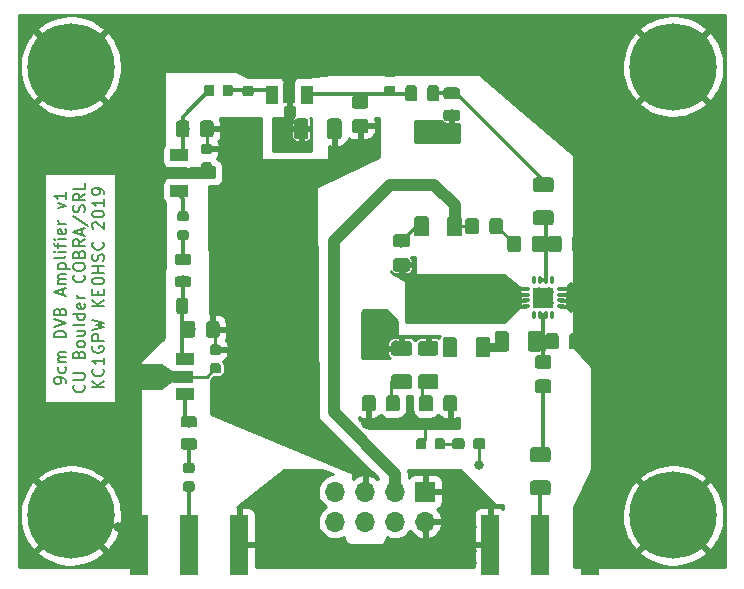
<source format=gtl>
G04 #@! TF.GenerationSoftware,KiCad,Pcbnew,(5.99.0-221-ga18d3cc)*
G04 #@! TF.CreationDate,2019-11-20T11:38:58-07:00*
G04 #@! TF.ProjectId,av3-top,6176332d-746f-4702-9e6b-696361645f70,rev?*
G04 #@! TF.SameCoordinates,Original*
G04 #@! TF.FileFunction,Copper,L1,Top*
G04 #@! TF.FilePolarity,Positive*
%FSLAX46Y46*%
G04 Gerber Fmt 4.6, Leading zero omitted, Abs format (unit mm)*
G04 Created by KiCad (PCBNEW (5.99.0-221-ga18d3cc)) date 2019-11-20 11:38:58*
%MOMM*%
%LPD*%
G04 APERTURE LIST*
%ADD10C,0.150000*%
%ADD11O,1.700000X1.700000*%
%ADD12R,1.700000X1.700000*%
%ADD13C,0.800000*%
%ADD14C,7.400000*%
%ADD15C,0.100000*%
%ADD16C,0.950000*%
%ADD17C,0.875000*%
%ADD18C,1.150000*%
%ADD19C,1.250000*%
%ADD20C,0.975000*%
%ADD21R,1.500000X5.080000*%
%ADD22O,0.750000X0.300000*%
%ADD23O,0.300000X0.750000*%
%ADD24C,1.000000*%
%ADD25R,2.200000X1.840000*%
%ADD26R,1.000000X1.500000*%
%ADD27R,1.000000X1.800000*%
%ADD28C,0.850000*%
%ADD29R,1.840000X2.200000*%
%ADD30R,1.500000X1.000000*%
%ADD31R,1.800000X1.000000*%
%ADD32C,0.250000*%
%ADD33C,0.380600*%
%ADD34C,0.800000*%
%ADD35C,1.000000*%
%ADD36C,0.254000*%
G04 APERTURE END LIST*
D10*
X114592380Y-138773809D02*
X114592380Y-138583333D01*
X114544761Y-138488095D01*
X114497142Y-138440476D01*
X114354285Y-138345238D01*
X114163809Y-138297619D01*
X113782857Y-138297619D01*
X113687619Y-138345238D01*
X113640000Y-138392857D01*
X113592380Y-138488095D01*
X113592380Y-138678571D01*
X113640000Y-138773809D01*
X113687619Y-138821428D01*
X113782857Y-138869047D01*
X114020952Y-138869047D01*
X114116190Y-138821428D01*
X114163809Y-138773809D01*
X114211428Y-138678571D01*
X114211428Y-138488095D01*
X114163809Y-138392857D01*
X114116190Y-138345238D01*
X114020952Y-138297619D01*
X114544761Y-137440476D02*
X114592380Y-137535714D01*
X114592380Y-137726190D01*
X114544761Y-137821428D01*
X114497142Y-137869047D01*
X114401904Y-137916666D01*
X114116190Y-137916666D01*
X114020952Y-137869047D01*
X113973333Y-137821428D01*
X113925714Y-137726190D01*
X113925714Y-137535714D01*
X113973333Y-137440476D01*
X114592380Y-137011904D02*
X113925714Y-137011904D01*
X114020952Y-137011904D02*
X113973333Y-136964285D01*
X113925714Y-136869047D01*
X113925714Y-136726190D01*
X113973333Y-136630952D01*
X114068571Y-136583333D01*
X114592380Y-136583333D01*
X114068571Y-136583333D02*
X113973333Y-136535714D01*
X113925714Y-136440476D01*
X113925714Y-136297619D01*
X113973333Y-136202380D01*
X114068571Y-136154761D01*
X114592380Y-136154761D01*
X114592380Y-134916666D02*
X113592380Y-134916666D01*
X113592380Y-134678571D01*
X113640000Y-134535714D01*
X113735238Y-134440476D01*
X113830476Y-134392857D01*
X114020952Y-134345238D01*
X114163809Y-134345238D01*
X114354285Y-134392857D01*
X114449523Y-134440476D01*
X114544761Y-134535714D01*
X114592380Y-134678571D01*
X114592380Y-134916666D01*
X113592380Y-134059523D02*
X114592380Y-133726190D01*
X113592380Y-133392857D01*
X114068571Y-132726190D02*
X114116190Y-132583333D01*
X114163809Y-132535714D01*
X114259047Y-132488095D01*
X114401904Y-132488095D01*
X114497142Y-132535714D01*
X114544761Y-132583333D01*
X114592380Y-132678571D01*
X114592380Y-133059523D01*
X113592380Y-133059523D01*
X113592380Y-132726190D01*
X113640000Y-132630952D01*
X113687619Y-132583333D01*
X113782857Y-132535714D01*
X113878095Y-132535714D01*
X113973333Y-132583333D01*
X114020952Y-132630952D01*
X114068571Y-132726190D01*
X114068571Y-133059523D01*
X114306666Y-131345238D02*
X114306666Y-130869047D01*
X114592380Y-131440476D02*
X113592380Y-131107142D01*
X114592380Y-130773809D01*
X114592380Y-130440476D02*
X113925714Y-130440476D01*
X114020952Y-130440476D02*
X113973333Y-130392857D01*
X113925714Y-130297619D01*
X113925714Y-130154761D01*
X113973333Y-130059523D01*
X114068571Y-130011904D01*
X114592380Y-130011904D01*
X114068571Y-130011904D02*
X113973333Y-129964285D01*
X113925714Y-129869047D01*
X113925714Y-129726190D01*
X113973333Y-129630952D01*
X114068571Y-129583333D01*
X114592380Y-129583333D01*
X113925714Y-129107142D02*
X114925714Y-129107142D01*
X113973333Y-129107142D02*
X113925714Y-129011904D01*
X113925714Y-128821428D01*
X113973333Y-128726190D01*
X114020952Y-128678571D01*
X114116190Y-128630952D01*
X114401904Y-128630952D01*
X114497142Y-128678571D01*
X114544761Y-128726190D01*
X114592380Y-128821428D01*
X114592380Y-129011904D01*
X114544761Y-129107142D01*
X114592380Y-128059523D02*
X114544761Y-128154761D01*
X114449523Y-128202380D01*
X113592380Y-128202380D01*
X114592380Y-127678571D02*
X113925714Y-127678571D01*
X113592380Y-127678571D02*
X113640000Y-127726190D01*
X113687619Y-127678571D01*
X113640000Y-127630952D01*
X113592380Y-127678571D01*
X113687619Y-127678571D01*
X113925714Y-127345238D02*
X113925714Y-126964285D01*
X114592380Y-127202380D02*
X113735238Y-127202380D01*
X113640000Y-127154761D01*
X113592380Y-127059523D01*
X113592380Y-126964285D01*
X114592380Y-126630952D02*
X113925714Y-126630952D01*
X113592380Y-126630952D02*
X113640000Y-126678571D01*
X113687619Y-126630952D01*
X113640000Y-126583333D01*
X113592380Y-126630952D01*
X113687619Y-126630952D01*
X114544761Y-125773809D02*
X114592380Y-125869047D01*
X114592380Y-126059523D01*
X114544761Y-126154761D01*
X114449523Y-126202380D01*
X114068571Y-126202380D01*
X113973333Y-126154761D01*
X113925714Y-126059523D01*
X113925714Y-125869047D01*
X113973333Y-125773809D01*
X114068571Y-125726190D01*
X114163809Y-125726190D01*
X114259047Y-126202380D01*
X114592380Y-125297619D02*
X113925714Y-125297619D01*
X114116190Y-125297619D02*
X114020952Y-125250000D01*
X113973333Y-125202380D01*
X113925714Y-125107142D01*
X113925714Y-125011904D01*
X113925714Y-124011904D02*
X114592380Y-123773809D01*
X113925714Y-123535714D01*
X114592380Y-122630952D02*
X114592380Y-123202380D01*
X114592380Y-122916666D02*
X113592380Y-122916666D01*
X113735238Y-123011904D01*
X113830476Y-123107142D01*
X113878095Y-123202380D01*
X116107142Y-138940476D02*
X116154761Y-138988095D01*
X116202380Y-139130952D01*
X116202380Y-139226190D01*
X116154761Y-139369047D01*
X116059523Y-139464285D01*
X115964285Y-139511904D01*
X115773809Y-139559523D01*
X115630952Y-139559523D01*
X115440476Y-139511904D01*
X115345238Y-139464285D01*
X115250000Y-139369047D01*
X115202380Y-139226190D01*
X115202380Y-139130952D01*
X115250000Y-138988095D01*
X115297619Y-138940476D01*
X115202380Y-138511904D02*
X116011904Y-138511904D01*
X116107142Y-138464285D01*
X116154761Y-138416666D01*
X116202380Y-138321428D01*
X116202380Y-138130952D01*
X116154761Y-138035714D01*
X116107142Y-137988095D01*
X116011904Y-137940476D01*
X115202380Y-137940476D01*
X115678571Y-136369047D02*
X115726190Y-136226190D01*
X115773809Y-136178571D01*
X115869047Y-136130952D01*
X116011904Y-136130952D01*
X116107142Y-136178571D01*
X116154761Y-136226190D01*
X116202380Y-136321428D01*
X116202380Y-136702380D01*
X115202380Y-136702380D01*
X115202380Y-136369047D01*
X115250000Y-136273809D01*
X115297619Y-136226190D01*
X115392857Y-136178571D01*
X115488095Y-136178571D01*
X115583333Y-136226190D01*
X115630952Y-136273809D01*
X115678571Y-136369047D01*
X115678571Y-136702380D01*
X116202380Y-135559523D02*
X116154761Y-135654761D01*
X116107142Y-135702380D01*
X116011904Y-135750000D01*
X115726190Y-135750000D01*
X115630952Y-135702380D01*
X115583333Y-135654761D01*
X115535714Y-135559523D01*
X115535714Y-135416666D01*
X115583333Y-135321428D01*
X115630952Y-135273809D01*
X115726190Y-135226190D01*
X116011904Y-135226190D01*
X116107142Y-135273809D01*
X116154761Y-135321428D01*
X116202380Y-135416666D01*
X116202380Y-135559523D01*
X115535714Y-134369047D02*
X116202380Y-134369047D01*
X115535714Y-134797619D02*
X116059523Y-134797619D01*
X116154761Y-134750000D01*
X116202380Y-134654761D01*
X116202380Y-134511904D01*
X116154761Y-134416666D01*
X116107142Y-134369047D01*
X116202380Y-133750000D02*
X116154761Y-133845238D01*
X116059523Y-133892857D01*
X115202380Y-133892857D01*
X116202380Y-132940476D02*
X115202380Y-132940476D01*
X116154761Y-132940476D02*
X116202380Y-133035714D01*
X116202380Y-133226190D01*
X116154761Y-133321428D01*
X116107142Y-133369047D01*
X116011904Y-133416666D01*
X115726190Y-133416666D01*
X115630952Y-133369047D01*
X115583333Y-133321428D01*
X115535714Y-133226190D01*
X115535714Y-133035714D01*
X115583333Y-132940476D01*
X116154761Y-132083333D02*
X116202380Y-132178571D01*
X116202380Y-132369047D01*
X116154761Y-132464285D01*
X116059523Y-132511904D01*
X115678571Y-132511904D01*
X115583333Y-132464285D01*
X115535714Y-132369047D01*
X115535714Y-132178571D01*
X115583333Y-132083333D01*
X115678571Y-132035714D01*
X115773809Y-132035714D01*
X115869047Y-132511904D01*
X116202380Y-131607142D02*
X115535714Y-131607142D01*
X115726190Y-131607142D02*
X115630952Y-131559523D01*
X115583333Y-131511904D01*
X115535714Y-131416666D01*
X115535714Y-131321428D01*
X116107142Y-129654761D02*
X116154761Y-129702380D01*
X116202380Y-129845238D01*
X116202380Y-129940476D01*
X116154761Y-130083333D01*
X116059523Y-130178571D01*
X115964285Y-130226190D01*
X115773809Y-130273809D01*
X115630952Y-130273809D01*
X115440476Y-130226190D01*
X115345238Y-130178571D01*
X115250000Y-130083333D01*
X115202380Y-129940476D01*
X115202380Y-129845238D01*
X115250000Y-129702380D01*
X115297619Y-129654761D01*
X115202380Y-129035714D02*
X115202380Y-128845238D01*
X115250000Y-128750000D01*
X115345238Y-128654761D01*
X115535714Y-128607142D01*
X115869047Y-128607142D01*
X116059523Y-128654761D01*
X116154761Y-128750000D01*
X116202380Y-128845238D01*
X116202380Y-129035714D01*
X116154761Y-129130952D01*
X116059523Y-129226190D01*
X115869047Y-129273809D01*
X115535714Y-129273809D01*
X115345238Y-129226190D01*
X115250000Y-129130952D01*
X115202380Y-129035714D01*
X115678571Y-127845238D02*
X115726190Y-127702380D01*
X115773809Y-127654761D01*
X115869047Y-127607142D01*
X116011904Y-127607142D01*
X116107142Y-127654761D01*
X116154761Y-127702380D01*
X116202380Y-127797619D01*
X116202380Y-128178571D01*
X115202380Y-128178571D01*
X115202380Y-127845238D01*
X115250000Y-127750000D01*
X115297619Y-127702380D01*
X115392857Y-127654761D01*
X115488095Y-127654761D01*
X115583333Y-127702380D01*
X115630952Y-127750000D01*
X115678571Y-127845238D01*
X115678571Y-128178571D01*
X116202380Y-126607142D02*
X115726190Y-126940476D01*
X116202380Y-127178571D02*
X115202380Y-127178571D01*
X115202380Y-126797619D01*
X115250000Y-126702380D01*
X115297619Y-126654761D01*
X115392857Y-126607142D01*
X115535714Y-126607142D01*
X115630952Y-126654761D01*
X115678571Y-126702380D01*
X115726190Y-126797619D01*
X115726190Y-127178571D01*
X115916666Y-126226190D02*
X115916666Y-125750000D01*
X116202380Y-126321428D02*
X115202380Y-125988095D01*
X116202380Y-125654761D01*
X115154761Y-124607142D02*
X116440476Y-125464285D01*
X116154761Y-124321428D02*
X116202380Y-124178571D01*
X116202380Y-123940476D01*
X116154761Y-123845238D01*
X116107142Y-123797619D01*
X116011904Y-123750000D01*
X115916666Y-123750000D01*
X115821428Y-123797619D01*
X115773809Y-123845238D01*
X115726190Y-123940476D01*
X115678571Y-124130952D01*
X115630952Y-124226190D01*
X115583333Y-124273809D01*
X115488095Y-124321428D01*
X115392857Y-124321428D01*
X115297619Y-124273809D01*
X115250000Y-124226190D01*
X115202380Y-124130952D01*
X115202380Y-123892857D01*
X115250000Y-123750000D01*
X116202380Y-122750000D02*
X115726190Y-123083333D01*
X116202380Y-123321428D02*
X115202380Y-123321428D01*
X115202380Y-122940476D01*
X115250000Y-122845238D01*
X115297619Y-122797619D01*
X115392857Y-122750000D01*
X115535714Y-122750000D01*
X115630952Y-122797619D01*
X115678571Y-122845238D01*
X115726190Y-122940476D01*
X115726190Y-123321428D01*
X116202380Y-121845238D02*
X116202380Y-122321428D01*
X115202380Y-122321428D01*
X117812380Y-139154761D02*
X116812380Y-139154761D01*
X117812380Y-138583333D02*
X117240952Y-139011904D01*
X116812380Y-138583333D02*
X117383809Y-139154761D01*
X117717142Y-137583333D02*
X117764761Y-137630952D01*
X117812380Y-137773809D01*
X117812380Y-137869047D01*
X117764761Y-138011904D01*
X117669523Y-138107142D01*
X117574285Y-138154761D01*
X117383809Y-138202380D01*
X117240952Y-138202380D01*
X117050476Y-138154761D01*
X116955238Y-138107142D01*
X116860000Y-138011904D01*
X116812380Y-137869047D01*
X116812380Y-137773809D01*
X116860000Y-137630952D01*
X116907619Y-137583333D01*
X117812380Y-136630952D02*
X117812380Y-137202380D01*
X117812380Y-136916666D02*
X116812380Y-136916666D01*
X116955238Y-137011904D01*
X117050476Y-137107142D01*
X117098095Y-137202380D01*
X116860000Y-135678571D02*
X116812380Y-135773809D01*
X116812380Y-135916666D01*
X116860000Y-136059523D01*
X116955238Y-136154761D01*
X117050476Y-136202380D01*
X117240952Y-136250000D01*
X117383809Y-136250000D01*
X117574285Y-136202380D01*
X117669523Y-136154761D01*
X117764761Y-136059523D01*
X117812380Y-135916666D01*
X117812380Y-135821428D01*
X117764761Y-135678571D01*
X117717142Y-135630952D01*
X117383809Y-135630952D01*
X117383809Y-135821428D01*
X117812380Y-135202380D02*
X116812380Y-135202380D01*
X116812380Y-134821428D01*
X116860000Y-134726190D01*
X116907619Y-134678571D01*
X117002857Y-134630952D01*
X117145714Y-134630952D01*
X117240952Y-134678571D01*
X117288571Y-134726190D01*
X117336190Y-134821428D01*
X117336190Y-135202380D01*
X116812380Y-134297619D02*
X117812380Y-134059523D01*
X117098095Y-133869047D01*
X117812380Y-133678571D01*
X116812380Y-133440476D01*
X117812380Y-132297619D02*
X116812380Y-132297619D01*
X117812380Y-131726190D02*
X117240952Y-132154761D01*
X116812380Y-131726190D02*
X117383809Y-132297619D01*
X117288571Y-131297619D02*
X117288571Y-130964285D01*
X117812380Y-130821428D02*
X117812380Y-131297619D01*
X116812380Y-131297619D01*
X116812380Y-130821428D01*
X116812380Y-130202380D02*
X116812380Y-130107142D01*
X116860000Y-130011904D01*
X116907619Y-129964285D01*
X117002857Y-129916666D01*
X117193333Y-129869047D01*
X117431428Y-129869047D01*
X117621904Y-129916666D01*
X117717142Y-129964285D01*
X117764761Y-130011904D01*
X117812380Y-130107142D01*
X117812380Y-130202380D01*
X117764761Y-130297619D01*
X117717142Y-130345238D01*
X117621904Y-130392857D01*
X117431428Y-130440476D01*
X117193333Y-130440476D01*
X117002857Y-130392857D01*
X116907619Y-130345238D01*
X116860000Y-130297619D01*
X116812380Y-130202380D01*
X117812380Y-129440476D02*
X116812380Y-129440476D01*
X117288571Y-129440476D02*
X117288571Y-128869047D01*
X117812380Y-128869047D02*
X116812380Y-128869047D01*
X117764761Y-128440476D02*
X117812380Y-128297619D01*
X117812380Y-128059523D01*
X117764761Y-127964285D01*
X117717142Y-127916666D01*
X117621904Y-127869047D01*
X117526666Y-127869047D01*
X117431428Y-127916666D01*
X117383809Y-127964285D01*
X117336190Y-128059523D01*
X117288571Y-128250000D01*
X117240952Y-128345238D01*
X117193333Y-128392857D01*
X117098095Y-128440476D01*
X117002857Y-128440476D01*
X116907619Y-128392857D01*
X116860000Y-128345238D01*
X116812380Y-128250000D01*
X116812380Y-128011904D01*
X116860000Y-127869047D01*
X117717142Y-126869047D02*
X117764761Y-126916666D01*
X117812380Y-127059523D01*
X117812380Y-127154761D01*
X117764761Y-127297619D01*
X117669523Y-127392857D01*
X117574285Y-127440476D01*
X117383809Y-127488095D01*
X117240952Y-127488095D01*
X117050476Y-127440476D01*
X116955238Y-127392857D01*
X116860000Y-127297619D01*
X116812380Y-127154761D01*
X116812380Y-127059523D01*
X116860000Y-126916666D01*
X116907619Y-126869047D01*
X116907619Y-125726190D02*
X116860000Y-125678571D01*
X116812380Y-125583333D01*
X116812380Y-125345238D01*
X116860000Y-125250000D01*
X116907619Y-125202380D01*
X117002857Y-125154761D01*
X117098095Y-125154761D01*
X117240952Y-125202380D01*
X117812380Y-125773809D01*
X117812380Y-125154761D01*
X116812380Y-124535714D02*
X116812380Y-124440476D01*
X116860000Y-124345238D01*
X116907619Y-124297619D01*
X117002857Y-124250000D01*
X117193333Y-124202380D01*
X117431428Y-124202380D01*
X117621904Y-124250000D01*
X117717142Y-124297619D01*
X117764761Y-124345238D01*
X117812380Y-124440476D01*
X117812380Y-124535714D01*
X117764761Y-124630952D01*
X117717142Y-124678571D01*
X117621904Y-124726190D01*
X117431428Y-124773809D01*
X117193333Y-124773809D01*
X117002857Y-124726190D01*
X116907619Y-124678571D01*
X116860000Y-124630952D01*
X116812380Y-124535714D01*
X117812380Y-123250000D02*
X117812380Y-123821428D01*
X117812380Y-123535714D02*
X116812380Y-123535714D01*
X116955238Y-123630952D01*
X117050476Y-123726190D01*
X117098095Y-123821428D01*
X117812380Y-122773809D02*
X117812380Y-122583333D01*
X117764761Y-122488095D01*
X117717142Y-122440476D01*
X117574285Y-122345238D01*
X117383809Y-122297619D01*
X117002857Y-122297619D01*
X116907619Y-122345238D01*
X116860000Y-122392857D01*
X116812380Y-122488095D01*
X116812380Y-122678571D01*
X116860000Y-122773809D01*
X116907619Y-122821428D01*
X117002857Y-122869047D01*
X117240952Y-122869047D01*
X117336190Y-122821428D01*
X117383809Y-122773809D01*
X117431428Y-122678571D01*
X117431428Y-122488095D01*
X117383809Y-122392857D01*
X117336190Y-122345238D01*
X117240952Y-122297619D01*
D11*
X137380000Y-150540000D03*
X137380000Y-148000000D03*
X139920000Y-150540000D03*
X139920000Y-148000000D03*
X142460000Y-150540000D03*
X142460000Y-148000000D03*
X145000000Y-150540000D03*
D12*
X145000000Y-148000000D03*
D13*
X116962221Y-148037779D03*
X115000000Y-147225000D03*
X113037779Y-148037779D03*
X112225000Y-150000000D03*
X113037779Y-151962221D03*
X115000000Y-152775000D03*
X116962221Y-151962221D03*
X117775000Y-150000000D03*
D14*
X115000000Y-150000000D03*
D13*
X167962221Y-148037779D03*
X166000000Y-147225000D03*
X164037779Y-148037779D03*
X163225000Y-150000000D03*
X164037779Y-151962221D03*
X166000000Y-152775000D03*
X167962221Y-151962221D03*
X168775000Y-150000000D03*
D14*
X166000000Y-150000000D03*
D13*
X164037779Y-113962221D03*
X166000000Y-114775000D03*
X167962221Y-113962221D03*
X168775000Y-112000000D03*
X167962221Y-110037779D03*
X166000000Y-109225000D03*
X164037779Y-110037779D03*
X163225000Y-112000000D03*
D14*
X166000000Y-112000000D03*
D13*
X113037779Y-113962221D03*
X115000000Y-114775000D03*
X116962221Y-113962221D03*
X117775000Y-112000000D03*
X116962221Y-110037779D03*
X115000000Y-109225000D03*
X113037779Y-110037779D03*
X112225000Y-112000000D03*
D14*
X115000000Y-112000000D03*
D15*
G36*
X149953387Y-143468079D02*
G01*
X150030438Y-143519562D01*
X150081921Y-143596613D01*
X150100000Y-143687500D01*
X150100000Y-144162500D01*
X150081921Y-144253387D01*
X150030438Y-144330438D01*
X149953387Y-144381921D01*
X149862500Y-144400000D01*
X149287500Y-144400000D01*
X149196613Y-144381921D01*
X149119562Y-144330438D01*
X149068079Y-144253387D01*
X149050000Y-144162500D01*
X149050000Y-143687500D01*
X149068079Y-143596613D01*
X149119562Y-143519562D01*
X149196613Y-143468079D01*
X149287500Y-143450000D01*
X149862500Y-143450000D01*
X149953387Y-143468079D01*
G37*
D16*
X149575000Y-143925000D03*
D15*
G36*
X148203387Y-143468079D02*
G01*
X148280438Y-143519562D01*
X148331921Y-143596613D01*
X148350000Y-143687500D01*
X148350000Y-144162500D01*
X148331921Y-144253387D01*
X148280438Y-144330438D01*
X148203387Y-144381921D01*
X148112500Y-144400000D01*
X147537500Y-144400000D01*
X147446613Y-144381921D01*
X147369562Y-144330438D01*
X147318079Y-144253387D01*
X147300000Y-144162500D01*
X147300000Y-143687500D01*
X147318079Y-143596613D01*
X147369562Y-143519562D01*
X147446613Y-143468079D01*
X147537500Y-143450000D01*
X148112500Y-143450000D01*
X148203387Y-143468079D01*
G37*
D16*
X147825000Y-143925000D03*
D15*
G36*
X146539962Y-143466651D02*
G01*
X146610930Y-143514070D01*
X146658349Y-143585038D01*
X146675000Y-143668750D01*
X146675000Y-144181250D01*
X146658349Y-144264962D01*
X146610930Y-144335930D01*
X146539962Y-144383349D01*
X146456250Y-144400000D01*
X146018750Y-144400000D01*
X145935038Y-144383349D01*
X145864070Y-144335930D01*
X145816651Y-144264962D01*
X145800000Y-144181250D01*
X145800000Y-143668750D01*
X145816651Y-143585038D01*
X145864070Y-143514070D01*
X145935038Y-143466651D01*
X146018750Y-143450000D01*
X146456250Y-143450000D01*
X146539962Y-143466651D01*
G37*
D17*
X146237500Y-143925000D03*
D15*
G36*
X144964962Y-143466651D02*
G01*
X145035930Y-143514070D01*
X145083349Y-143585038D01*
X145100000Y-143668750D01*
X145100000Y-144181250D01*
X145083349Y-144264962D01*
X145035930Y-144335930D01*
X144964962Y-144383349D01*
X144881250Y-144400000D01*
X144443750Y-144400000D01*
X144360038Y-144383349D01*
X144289070Y-144335930D01*
X144241651Y-144264962D01*
X144225000Y-144181250D01*
X144225000Y-143668750D01*
X144241651Y-143585038D01*
X144289070Y-143514070D01*
X144360038Y-143466651D01*
X144443750Y-143450000D01*
X144881250Y-143450000D01*
X144964962Y-143466651D01*
G37*
D17*
X144662500Y-143925000D03*
D15*
G36*
X142339962Y-113616651D02*
G01*
X142410930Y-113664070D01*
X142458349Y-113735038D01*
X142475000Y-113818750D01*
X142475000Y-114256250D01*
X142458349Y-114339962D01*
X142410930Y-114410930D01*
X142339962Y-114458349D01*
X142256250Y-114475000D01*
X141743750Y-114475000D01*
X141660038Y-114458349D01*
X141589070Y-114410930D01*
X141541651Y-114339962D01*
X141525000Y-114256250D01*
X141525000Y-113818750D01*
X141541651Y-113735038D01*
X141589070Y-113664070D01*
X141660038Y-113616651D01*
X141743750Y-113600000D01*
X142256250Y-113600000D01*
X142339962Y-113616651D01*
G37*
D17*
X142000000Y-114037500D03*
D15*
G36*
X142339962Y-112041651D02*
G01*
X142410930Y-112089070D01*
X142458349Y-112160038D01*
X142475000Y-112243750D01*
X142475000Y-112681250D01*
X142458349Y-112764962D01*
X142410930Y-112835930D01*
X142339962Y-112883349D01*
X142256250Y-112900000D01*
X141743750Y-112900000D01*
X141660038Y-112883349D01*
X141589070Y-112835930D01*
X141541651Y-112764962D01*
X141525000Y-112681250D01*
X141525000Y-112243750D01*
X141541651Y-112160038D01*
X141589070Y-112089070D01*
X141660038Y-112041651D01*
X141743750Y-112025000D01*
X142256250Y-112025000D01*
X142339962Y-112041651D01*
G37*
D17*
X142000000Y-112462500D03*
D15*
G36*
X130339962Y-113616651D02*
G01*
X130410930Y-113664070D01*
X130458349Y-113735038D01*
X130475000Y-113818750D01*
X130475000Y-114256250D01*
X130458349Y-114339962D01*
X130410930Y-114410930D01*
X130339962Y-114458349D01*
X130256250Y-114475000D01*
X129743750Y-114475000D01*
X129660038Y-114458349D01*
X129589070Y-114410930D01*
X129541651Y-114339962D01*
X129525000Y-114256250D01*
X129525000Y-113818750D01*
X129541651Y-113735038D01*
X129589070Y-113664070D01*
X129660038Y-113616651D01*
X129743750Y-113600000D01*
X130256250Y-113600000D01*
X130339962Y-113616651D01*
G37*
D17*
X130000000Y-114037500D03*
D15*
G36*
X130339962Y-112041651D02*
G01*
X130410930Y-112089070D01*
X130458349Y-112160038D01*
X130475000Y-112243750D01*
X130475000Y-112681250D01*
X130458349Y-112764962D01*
X130410930Y-112835930D01*
X130339962Y-112883349D01*
X130256250Y-112900000D01*
X129743750Y-112900000D01*
X129660038Y-112883349D01*
X129589070Y-112835930D01*
X129541651Y-112764962D01*
X129525000Y-112681250D01*
X129525000Y-112243750D01*
X129541651Y-112160038D01*
X129589070Y-112089070D01*
X129660038Y-112041651D01*
X129743750Y-112025000D01*
X130256250Y-112025000D01*
X130339962Y-112041651D01*
G37*
D17*
X130000000Y-112462500D03*
D15*
G36*
X126839962Y-118541651D02*
G01*
X126910930Y-118589070D01*
X126958349Y-118660038D01*
X126975000Y-118743750D01*
X126975000Y-119181250D01*
X126958349Y-119264962D01*
X126910930Y-119335930D01*
X126839962Y-119383349D01*
X126756250Y-119400000D01*
X126243750Y-119400000D01*
X126160038Y-119383349D01*
X126089070Y-119335930D01*
X126041651Y-119264962D01*
X126025000Y-119181250D01*
X126025000Y-118743750D01*
X126041651Y-118660038D01*
X126089070Y-118589070D01*
X126160038Y-118541651D01*
X126243750Y-118525000D01*
X126756250Y-118525000D01*
X126839962Y-118541651D01*
G37*
D17*
X126500000Y-118962500D03*
D15*
G36*
X126839962Y-120116651D02*
G01*
X126910930Y-120164070D01*
X126958349Y-120235038D01*
X126975000Y-120318750D01*
X126975000Y-120756250D01*
X126958349Y-120839962D01*
X126910930Y-120910930D01*
X126839962Y-120958349D01*
X126756250Y-120975000D01*
X126243750Y-120975000D01*
X126160038Y-120958349D01*
X126089070Y-120910930D01*
X126041651Y-120839962D01*
X126025000Y-120756250D01*
X126025000Y-120318750D01*
X126041651Y-120235038D01*
X126089070Y-120164070D01*
X126160038Y-120116651D01*
X126243750Y-120100000D01*
X126756250Y-120100000D01*
X126839962Y-120116651D01*
G37*
D17*
X126500000Y-120537500D03*
D15*
G36*
X127589962Y-135541651D02*
G01*
X127660930Y-135589070D01*
X127708349Y-135660038D01*
X127725000Y-135743750D01*
X127725000Y-136181250D01*
X127708349Y-136264962D01*
X127660930Y-136335930D01*
X127589962Y-136383349D01*
X127506250Y-136400000D01*
X126993750Y-136400000D01*
X126910038Y-136383349D01*
X126839070Y-136335930D01*
X126791651Y-136264962D01*
X126775000Y-136181250D01*
X126775000Y-135743750D01*
X126791651Y-135660038D01*
X126839070Y-135589070D01*
X126910038Y-135541651D01*
X126993750Y-135525000D01*
X127506250Y-135525000D01*
X127589962Y-135541651D01*
G37*
D17*
X127250000Y-135962500D03*
D15*
G36*
X127589962Y-137116651D02*
G01*
X127660930Y-137164070D01*
X127708349Y-137235038D01*
X127725000Y-137318750D01*
X127725000Y-137756250D01*
X127708349Y-137839962D01*
X127660930Y-137910930D01*
X127589962Y-137958349D01*
X127506250Y-137975000D01*
X126993750Y-137975000D01*
X126910038Y-137958349D01*
X126839070Y-137910930D01*
X126791651Y-137839962D01*
X126775000Y-137756250D01*
X126775000Y-137318750D01*
X126791651Y-137235038D01*
X126839070Y-137164070D01*
X126910038Y-137116651D01*
X126993750Y-137100000D01*
X127506250Y-137100000D01*
X127589962Y-137116651D01*
G37*
D17*
X127250000Y-137537500D03*
D15*
G36*
X127014962Y-113541651D02*
G01*
X127085930Y-113589070D01*
X127133349Y-113660038D01*
X127150000Y-113743750D01*
X127150000Y-114256250D01*
X127133349Y-114339962D01*
X127085930Y-114410930D01*
X127014962Y-114458349D01*
X126931250Y-114475000D01*
X126493750Y-114475000D01*
X126410038Y-114458349D01*
X126339070Y-114410930D01*
X126291651Y-114339962D01*
X126275000Y-114256250D01*
X126275000Y-113743750D01*
X126291651Y-113660038D01*
X126339070Y-113589070D01*
X126410038Y-113541651D01*
X126493750Y-113525000D01*
X126931250Y-113525000D01*
X127014962Y-113541651D01*
G37*
D17*
X126712500Y-114000000D03*
D15*
G36*
X128589962Y-113541651D02*
G01*
X128660930Y-113589070D01*
X128708349Y-113660038D01*
X128725000Y-113743750D01*
X128725000Y-114256250D01*
X128708349Y-114339962D01*
X128660930Y-114410930D01*
X128589962Y-114458349D01*
X128506250Y-114475000D01*
X128068750Y-114475000D01*
X127985038Y-114458349D01*
X127914070Y-114410930D01*
X127866651Y-114339962D01*
X127850000Y-114256250D01*
X127850000Y-113743750D01*
X127866651Y-113660038D01*
X127914070Y-113589070D01*
X127985038Y-113541651D01*
X128068750Y-113525000D01*
X128506250Y-113525000D01*
X128589962Y-113541651D01*
G37*
D17*
X128287500Y-114000000D03*
D15*
G36*
X124839962Y-125829151D02*
G01*
X124910930Y-125876570D01*
X124958349Y-125947538D01*
X124975000Y-126031250D01*
X124975000Y-126468750D01*
X124958349Y-126552462D01*
X124910930Y-126623430D01*
X124839962Y-126670849D01*
X124756250Y-126687500D01*
X124243750Y-126687500D01*
X124160038Y-126670849D01*
X124089070Y-126623430D01*
X124041651Y-126552462D01*
X124025000Y-126468750D01*
X124025000Y-126031250D01*
X124041651Y-125947538D01*
X124089070Y-125876570D01*
X124160038Y-125829151D01*
X124243750Y-125812500D01*
X124756250Y-125812500D01*
X124839962Y-125829151D01*
G37*
D17*
X124500000Y-126250000D03*
D15*
G36*
X124839962Y-124254151D02*
G01*
X124910930Y-124301570D01*
X124958349Y-124372538D01*
X124975000Y-124456250D01*
X124975000Y-124893750D01*
X124958349Y-124977462D01*
X124910930Y-125048430D01*
X124839962Y-125095849D01*
X124756250Y-125112500D01*
X124243750Y-125112500D01*
X124160038Y-125095849D01*
X124089070Y-125048430D01*
X124041651Y-124977462D01*
X124025000Y-124893750D01*
X124025000Y-124456250D01*
X124041651Y-124372538D01*
X124089070Y-124301570D01*
X124160038Y-124254151D01*
X124243750Y-124237500D01*
X124756250Y-124237500D01*
X124839962Y-124254151D01*
G37*
D17*
X124500000Y-124675000D03*
D15*
G36*
X125339962Y-147116651D02*
G01*
X125410930Y-147164070D01*
X125458349Y-147235038D01*
X125475000Y-147318750D01*
X125475000Y-147756250D01*
X125458349Y-147839962D01*
X125410930Y-147910930D01*
X125339962Y-147958349D01*
X125256250Y-147975000D01*
X124743750Y-147975000D01*
X124660038Y-147958349D01*
X124589070Y-147910930D01*
X124541651Y-147839962D01*
X124525000Y-147756250D01*
X124525000Y-147318750D01*
X124541651Y-147235038D01*
X124589070Y-147164070D01*
X124660038Y-147116651D01*
X124743750Y-147100000D01*
X125256250Y-147100000D01*
X125339962Y-147116651D01*
G37*
D17*
X125000000Y-147537500D03*
D15*
G36*
X125339962Y-145541651D02*
G01*
X125410930Y-145589070D01*
X125458349Y-145660038D01*
X125475000Y-145743750D01*
X125475000Y-146181250D01*
X125458349Y-146264962D01*
X125410930Y-146335930D01*
X125339962Y-146383349D01*
X125256250Y-146400000D01*
X124743750Y-146400000D01*
X124660038Y-146383349D01*
X124589070Y-146335930D01*
X124541651Y-146264962D01*
X124525000Y-146181250D01*
X124525000Y-145743750D01*
X124541651Y-145660038D01*
X124589070Y-145589070D01*
X124660038Y-145541651D01*
X124743750Y-145525000D01*
X125256250Y-145525000D01*
X125339962Y-145541651D01*
G37*
D17*
X125000000Y-145962500D03*
D15*
G36*
X151445671Y-124819030D02*
G01*
X151526777Y-124873223D01*
X151580970Y-124954329D01*
X151600000Y-125049999D01*
X151600000Y-125950001D01*
X151580970Y-126045671D01*
X151526777Y-126126777D01*
X151445671Y-126180970D01*
X151350001Y-126200000D01*
X150699999Y-126200000D01*
X150604329Y-126180970D01*
X150523223Y-126126777D01*
X150469030Y-126045671D01*
X150450000Y-125950001D01*
X150450000Y-125049999D01*
X150469030Y-124954329D01*
X150523223Y-124873223D01*
X150604329Y-124819030D01*
X150699999Y-124800000D01*
X151350001Y-124800000D01*
X151445671Y-124819030D01*
G37*
D18*
X151025000Y-125500000D03*
D15*
G36*
X149395671Y-124819030D02*
G01*
X149476777Y-124873223D01*
X149530970Y-124954329D01*
X149550000Y-125049999D01*
X149550000Y-125950001D01*
X149530970Y-126045671D01*
X149476777Y-126126777D01*
X149395671Y-126180970D01*
X149300001Y-126200000D01*
X148649999Y-126200000D01*
X148554329Y-126180970D01*
X148473223Y-126126777D01*
X148419030Y-126045671D01*
X148400000Y-125950001D01*
X148400000Y-125049999D01*
X148419030Y-124954329D01*
X148473223Y-124873223D01*
X148554329Y-124819030D01*
X148649999Y-124800000D01*
X149300001Y-124800000D01*
X149395671Y-124819030D01*
G37*
D18*
X148975000Y-125500000D03*
D15*
G36*
X143545671Y-128219030D02*
G01*
X143626777Y-128273223D01*
X143680970Y-128354329D01*
X143700000Y-128449999D01*
X143700000Y-129100001D01*
X143680970Y-129195671D01*
X143626777Y-129276777D01*
X143545671Y-129330970D01*
X143450001Y-129350000D01*
X142549999Y-129350000D01*
X142454329Y-129330970D01*
X142373223Y-129276777D01*
X142319030Y-129195671D01*
X142300000Y-129100001D01*
X142300000Y-128449999D01*
X142319030Y-128354329D01*
X142373223Y-128273223D01*
X142454329Y-128219030D01*
X142549999Y-128200000D01*
X143450001Y-128200000D01*
X143545671Y-128219030D01*
G37*
D18*
X143000000Y-128775000D03*
D15*
G36*
X143545671Y-126169030D02*
G01*
X143626777Y-126223223D01*
X143680970Y-126304329D01*
X143700000Y-126399999D01*
X143700000Y-127050001D01*
X143680970Y-127145671D01*
X143626777Y-127226777D01*
X143545671Y-127280970D01*
X143450001Y-127300000D01*
X142549999Y-127300000D01*
X142454329Y-127280970D01*
X142373223Y-127226777D01*
X142319030Y-127145671D01*
X142300000Y-127050001D01*
X142300000Y-126399999D01*
X142319030Y-126304329D01*
X142373223Y-126223223D01*
X142454329Y-126169030D01*
X142549999Y-126150000D01*
X143450001Y-126150000D01*
X143545671Y-126169030D01*
G37*
D18*
X143000000Y-126725000D03*
D15*
G36*
X142695671Y-139819030D02*
G01*
X142776777Y-139873223D01*
X142830970Y-139954329D01*
X142850000Y-140049999D01*
X142850000Y-140950001D01*
X142830970Y-141045671D01*
X142776777Y-141126777D01*
X142695671Y-141180970D01*
X142600001Y-141200000D01*
X141949999Y-141200000D01*
X141854329Y-141180970D01*
X141773223Y-141126777D01*
X141719030Y-141045671D01*
X141700000Y-140950001D01*
X141700000Y-140049999D01*
X141719030Y-139954329D01*
X141773223Y-139873223D01*
X141854329Y-139819030D01*
X141949999Y-139800000D01*
X142600001Y-139800000D01*
X142695671Y-139819030D01*
G37*
D18*
X142275000Y-140500000D03*
D15*
G36*
X140645671Y-139819030D02*
G01*
X140726777Y-139873223D01*
X140780970Y-139954329D01*
X140800000Y-140049999D01*
X140800000Y-140950001D01*
X140780970Y-141045671D01*
X140726777Y-141126777D01*
X140645671Y-141180970D01*
X140550001Y-141200000D01*
X139899999Y-141200000D01*
X139804329Y-141180970D01*
X139723223Y-141126777D01*
X139669030Y-141045671D01*
X139650000Y-140950001D01*
X139650000Y-140049999D01*
X139669030Y-139954329D01*
X139723223Y-139873223D01*
X139804329Y-139819030D01*
X139899999Y-139800000D01*
X140550001Y-139800000D01*
X140645671Y-139819030D01*
G37*
D18*
X140225000Y-140500000D03*
D15*
G36*
X145495671Y-139819030D02*
G01*
X145576777Y-139873223D01*
X145630970Y-139954329D01*
X145650000Y-140049999D01*
X145650000Y-140950001D01*
X145630970Y-141045671D01*
X145576777Y-141126777D01*
X145495671Y-141180970D01*
X145400001Y-141200000D01*
X144749999Y-141200000D01*
X144654329Y-141180970D01*
X144573223Y-141126777D01*
X144519030Y-141045671D01*
X144500000Y-140950001D01*
X144500000Y-140049999D01*
X144519030Y-139954329D01*
X144573223Y-139873223D01*
X144654329Y-139819030D01*
X144749999Y-139800000D01*
X145400001Y-139800000D01*
X145495671Y-139819030D01*
G37*
D18*
X145075000Y-140500000D03*
D15*
G36*
X147545671Y-139819030D02*
G01*
X147626777Y-139873223D01*
X147680970Y-139954329D01*
X147700000Y-140049999D01*
X147700000Y-140950001D01*
X147680970Y-141045671D01*
X147626777Y-141126777D01*
X147545671Y-141180970D01*
X147450001Y-141200000D01*
X146799999Y-141200000D01*
X146704329Y-141180970D01*
X146623223Y-141126777D01*
X146569030Y-141045671D01*
X146550000Y-140950001D01*
X146550000Y-140049999D01*
X146569030Y-139954329D01*
X146623223Y-139873223D01*
X146704329Y-139819030D01*
X146799999Y-139800000D01*
X147450001Y-139800000D01*
X147545671Y-139819030D01*
G37*
D18*
X147125000Y-140500000D03*
D15*
G36*
X147570671Y-134894030D02*
G01*
X147651777Y-134948223D01*
X147705970Y-135029329D01*
X147725000Y-135125000D01*
X147725000Y-136375000D01*
X147705970Y-136470671D01*
X147651777Y-136551777D01*
X147570671Y-136605970D01*
X147475000Y-136625000D01*
X146725000Y-136625000D01*
X146629329Y-136605970D01*
X146548223Y-136551777D01*
X146494030Y-136470671D01*
X146475000Y-136375000D01*
X146475000Y-135125000D01*
X146494030Y-135029329D01*
X146548223Y-134948223D01*
X146629329Y-134894030D01*
X146725000Y-134875000D01*
X147475000Y-134875000D01*
X147570671Y-134894030D01*
G37*
D19*
X147100000Y-135750000D03*
D15*
G36*
X150370671Y-134894030D02*
G01*
X150451777Y-134948223D01*
X150505970Y-135029329D01*
X150525000Y-135125000D01*
X150525000Y-136375000D01*
X150505970Y-136470671D01*
X150451777Y-136551777D01*
X150370671Y-136605970D01*
X150275000Y-136625000D01*
X149525000Y-136625000D01*
X149429329Y-136605970D01*
X149348223Y-136551777D01*
X149294030Y-136470671D01*
X149275000Y-136375000D01*
X149275000Y-135125000D01*
X149294030Y-135029329D01*
X149348223Y-134948223D01*
X149429329Y-134894030D01*
X149525000Y-134875000D01*
X150275000Y-134875000D01*
X150370671Y-134894030D01*
G37*
D19*
X149900000Y-135750000D03*
D15*
G36*
X146024529Y-113568554D02*
G01*
X146103607Y-113621393D01*
X146156446Y-113700471D01*
X146175000Y-113793750D01*
X146175000Y-114706250D01*
X146156446Y-114799529D01*
X146103607Y-114878607D01*
X146024529Y-114931446D01*
X145931250Y-114950000D01*
X145443750Y-114950000D01*
X145350471Y-114931446D01*
X145271393Y-114878607D01*
X145218554Y-114799529D01*
X145200000Y-114706250D01*
X145200000Y-113793750D01*
X145218554Y-113700471D01*
X145271393Y-113621393D01*
X145350471Y-113568554D01*
X145443750Y-113550000D01*
X145931250Y-113550000D01*
X146024529Y-113568554D01*
G37*
D20*
X145687500Y-114250000D03*
D15*
G36*
X144149529Y-113568554D02*
G01*
X144228607Y-113621393D01*
X144281446Y-113700471D01*
X144300000Y-113793750D01*
X144300000Y-114706250D01*
X144281446Y-114799529D01*
X144228607Y-114878607D01*
X144149529Y-114931446D01*
X144056250Y-114950000D01*
X143568750Y-114950000D01*
X143475471Y-114931446D01*
X143396393Y-114878607D01*
X143343554Y-114799529D01*
X143325000Y-114706250D01*
X143325000Y-113793750D01*
X143343554Y-113700471D01*
X143396393Y-113621393D01*
X143475471Y-113568554D01*
X143568750Y-113550000D01*
X144056250Y-113550000D01*
X144149529Y-113568554D01*
G37*
D20*
X143812500Y-114250000D03*
D15*
G36*
X147799529Y-115656054D02*
G01*
X147878607Y-115708893D01*
X147931446Y-115787971D01*
X147950000Y-115881250D01*
X147950000Y-116368750D01*
X147931446Y-116462029D01*
X147878607Y-116541107D01*
X147799529Y-116593946D01*
X147706250Y-116612500D01*
X146793750Y-116612500D01*
X146700471Y-116593946D01*
X146621393Y-116541107D01*
X146568554Y-116462029D01*
X146550000Y-116368750D01*
X146550000Y-115881250D01*
X146568554Y-115787971D01*
X146621393Y-115708893D01*
X146700471Y-115656054D01*
X146793750Y-115637500D01*
X147706250Y-115637500D01*
X147799529Y-115656054D01*
G37*
D20*
X147250000Y-116125000D03*
D15*
G36*
X147799529Y-113781054D02*
G01*
X147878607Y-113833893D01*
X147931446Y-113912971D01*
X147950000Y-114006250D01*
X147950000Y-114493750D01*
X147931446Y-114587029D01*
X147878607Y-114666107D01*
X147799529Y-114718946D01*
X147706250Y-114737500D01*
X146793750Y-114737500D01*
X146700471Y-114718946D01*
X146621393Y-114666107D01*
X146568554Y-114587029D01*
X146550000Y-114493750D01*
X146550000Y-114006250D01*
X146568554Y-113912971D01*
X146621393Y-113833893D01*
X146700471Y-113781054D01*
X146793750Y-113762500D01*
X147706250Y-113762500D01*
X147799529Y-113781054D01*
G37*
D20*
X147250000Y-114250000D03*
D15*
G36*
X125049529Y-129718554D02*
G01*
X125128607Y-129771393D01*
X125181446Y-129850471D01*
X125200000Y-129943750D01*
X125200000Y-130431250D01*
X125181446Y-130524529D01*
X125128607Y-130603607D01*
X125049529Y-130656446D01*
X124956250Y-130675000D01*
X124043750Y-130675000D01*
X123950471Y-130656446D01*
X123871393Y-130603607D01*
X123818554Y-130524529D01*
X123800000Y-130431250D01*
X123800000Y-129943750D01*
X123818554Y-129850471D01*
X123871393Y-129771393D01*
X123950471Y-129718554D01*
X124043750Y-129700000D01*
X124956250Y-129700000D01*
X125049529Y-129718554D01*
G37*
D20*
X124500000Y-130187500D03*
D15*
G36*
X125049529Y-127843554D02*
G01*
X125128607Y-127896393D01*
X125181446Y-127975471D01*
X125200000Y-128068750D01*
X125200000Y-128556250D01*
X125181446Y-128649529D01*
X125128607Y-128728607D01*
X125049529Y-128781446D01*
X124956250Y-128800000D01*
X124043750Y-128800000D01*
X123950471Y-128781446D01*
X123871393Y-128728607D01*
X123818554Y-128649529D01*
X123800000Y-128556250D01*
X123800000Y-128068750D01*
X123818554Y-127975471D01*
X123871393Y-127896393D01*
X123950471Y-127843554D01*
X124043750Y-127825000D01*
X124956250Y-127825000D01*
X125049529Y-127843554D01*
G37*
D20*
X124500000Y-128312500D03*
D15*
G36*
X124774529Y-131568554D02*
G01*
X124853607Y-131621393D01*
X124906446Y-131700471D01*
X124925000Y-131793750D01*
X124925000Y-132706250D01*
X124906446Y-132799529D01*
X124853607Y-132878607D01*
X124774529Y-132931446D01*
X124681250Y-132950000D01*
X124193750Y-132950000D01*
X124100471Y-132931446D01*
X124021393Y-132878607D01*
X123968554Y-132799529D01*
X123950000Y-132706250D01*
X123950000Y-131793750D01*
X123968554Y-131700471D01*
X124021393Y-131621393D01*
X124100471Y-131568554D01*
X124193750Y-131550000D01*
X124681250Y-131550000D01*
X124774529Y-131568554D01*
G37*
D20*
X124437500Y-132250000D03*
D15*
G36*
X122899529Y-131568554D02*
G01*
X122978607Y-131621393D01*
X123031446Y-131700471D01*
X123050000Y-131793750D01*
X123050000Y-132706250D01*
X123031446Y-132799529D01*
X122978607Y-132878607D01*
X122899529Y-132931446D01*
X122806250Y-132950000D01*
X122318750Y-132950000D01*
X122225471Y-132931446D01*
X122146393Y-132878607D01*
X122093554Y-132799529D01*
X122075000Y-132706250D01*
X122075000Y-131793750D01*
X122093554Y-131700471D01*
X122146393Y-131621393D01*
X122225471Y-131568554D01*
X122318750Y-131550000D01*
X122806250Y-131550000D01*
X122899529Y-131568554D01*
G37*
D20*
X122562500Y-132250000D03*
D15*
G36*
X125549529Y-141593554D02*
G01*
X125628607Y-141646393D01*
X125681446Y-141725471D01*
X125700000Y-141818750D01*
X125700000Y-142306250D01*
X125681446Y-142399529D01*
X125628607Y-142478607D01*
X125549529Y-142531446D01*
X125456250Y-142550000D01*
X124543750Y-142550000D01*
X124450471Y-142531446D01*
X124371393Y-142478607D01*
X124318554Y-142399529D01*
X124300000Y-142306250D01*
X124300000Y-141818750D01*
X124318554Y-141725471D01*
X124371393Y-141646393D01*
X124450471Y-141593554D01*
X124543750Y-141575000D01*
X125456250Y-141575000D01*
X125549529Y-141593554D01*
G37*
D20*
X125000000Y-142062500D03*
D15*
G36*
X125549529Y-143468554D02*
G01*
X125628607Y-143521393D01*
X125681446Y-143600471D01*
X125700000Y-143693750D01*
X125700000Y-144181250D01*
X125681446Y-144274529D01*
X125628607Y-144353607D01*
X125549529Y-144406446D01*
X125456250Y-144425000D01*
X124543750Y-144425000D01*
X124450471Y-144406446D01*
X124371393Y-144353607D01*
X124318554Y-144274529D01*
X124300000Y-144181250D01*
X124300000Y-143693750D01*
X124318554Y-143600471D01*
X124371393Y-143521393D01*
X124450471Y-143468554D01*
X124543750Y-143450000D01*
X125456250Y-143450000D01*
X125549529Y-143468554D01*
G37*
D20*
X125000000Y-143937500D03*
D15*
G36*
X155545671Y-136444030D02*
G01*
X155626777Y-136498223D01*
X155680970Y-136579329D01*
X155700000Y-136674999D01*
X155700000Y-137325001D01*
X155680970Y-137420671D01*
X155626777Y-137501777D01*
X155545671Y-137555970D01*
X155450001Y-137575000D01*
X154549999Y-137575000D01*
X154454329Y-137555970D01*
X154373223Y-137501777D01*
X154319030Y-137420671D01*
X154300000Y-137325001D01*
X154300000Y-136674999D01*
X154319030Y-136579329D01*
X154373223Y-136498223D01*
X154454329Y-136444030D01*
X154549999Y-136425000D01*
X155450001Y-136425000D01*
X155545671Y-136444030D01*
G37*
D18*
X155000000Y-137000000D03*
D15*
G36*
X155545671Y-138494030D02*
G01*
X155626777Y-138548223D01*
X155680970Y-138629329D01*
X155700000Y-138724999D01*
X155700000Y-139375001D01*
X155680970Y-139470671D01*
X155626777Y-139551777D01*
X155545671Y-139605970D01*
X155450001Y-139625000D01*
X154549999Y-139625000D01*
X154454329Y-139605970D01*
X154373223Y-139551777D01*
X154319030Y-139470671D01*
X154300000Y-139375001D01*
X154300000Y-138724999D01*
X154319030Y-138629329D01*
X154373223Y-138548223D01*
X154454329Y-138494030D01*
X154549999Y-138475000D01*
X155450001Y-138475000D01*
X155545671Y-138494030D01*
G37*
D18*
X155000000Y-139050000D03*
D15*
G36*
X158195671Y-134569030D02*
G01*
X158276777Y-134623223D01*
X158330970Y-134704329D01*
X158350000Y-134799999D01*
X158350000Y-135700001D01*
X158330970Y-135795671D01*
X158276777Y-135876777D01*
X158195671Y-135930970D01*
X158100001Y-135950000D01*
X157449999Y-135950000D01*
X157354329Y-135930970D01*
X157273223Y-135876777D01*
X157219030Y-135795671D01*
X157200000Y-135700001D01*
X157200000Y-134799999D01*
X157219030Y-134704329D01*
X157273223Y-134623223D01*
X157354329Y-134569030D01*
X157449999Y-134550000D01*
X158100001Y-134550000D01*
X158195671Y-134569030D01*
G37*
D18*
X157775000Y-135250000D03*
D15*
G36*
X156145671Y-134569030D02*
G01*
X156226777Y-134623223D01*
X156280970Y-134704329D01*
X156300000Y-134799999D01*
X156300000Y-135700001D01*
X156280970Y-135795671D01*
X156226777Y-135876777D01*
X156145671Y-135930970D01*
X156050001Y-135950000D01*
X155399999Y-135950000D01*
X155304329Y-135930970D01*
X155223223Y-135876777D01*
X155169030Y-135795671D01*
X155150000Y-135700001D01*
X155150000Y-134799999D01*
X155169030Y-134704329D01*
X155223223Y-134623223D01*
X155304329Y-134569030D01*
X155399999Y-134550000D01*
X156050001Y-134550000D01*
X156145671Y-134569030D01*
G37*
D18*
X155725000Y-135250000D03*
D15*
G36*
X154770671Y-134394030D02*
G01*
X154851777Y-134448223D01*
X154905970Y-134529329D01*
X154925000Y-134625000D01*
X154925000Y-135875000D01*
X154905970Y-135970671D01*
X154851777Y-136051777D01*
X154770671Y-136105970D01*
X154675000Y-136125000D01*
X153925000Y-136125000D01*
X153829329Y-136105970D01*
X153748223Y-136051777D01*
X153694030Y-135970671D01*
X153675000Y-135875000D01*
X153675000Y-134625000D01*
X153694030Y-134529329D01*
X153748223Y-134448223D01*
X153829329Y-134394030D01*
X153925000Y-134375000D01*
X154675000Y-134375000D01*
X154770671Y-134394030D01*
G37*
D19*
X154300000Y-135250000D03*
D15*
G36*
X151970671Y-134394030D02*
G01*
X152051777Y-134448223D01*
X152105970Y-134529329D01*
X152125000Y-134625000D01*
X152125000Y-135875000D01*
X152105970Y-135970671D01*
X152051777Y-136051777D01*
X151970671Y-136105970D01*
X151875000Y-136125000D01*
X151125000Y-136125000D01*
X151029329Y-136105970D01*
X150948223Y-136051777D01*
X150894030Y-135970671D01*
X150875000Y-135875000D01*
X150875000Y-134625000D01*
X150894030Y-134529329D01*
X150948223Y-134448223D01*
X151029329Y-134394030D01*
X151125000Y-134375000D01*
X151875000Y-134375000D01*
X151970671Y-134394030D01*
G37*
D19*
X151500000Y-135250000D03*
D15*
G36*
X155020671Y-126319030D02*
G01*
X155101777Y-126373223D01*
X155155970Y-126454329D01*
X155175000Y-126549999D01*
X155175000Y-127450001D01*
X155155970Y-127545671D01*
X155101777Y-127626777D01*
X155020671Y-127680970D01*
X154925001Y-127700000D01*
X154274999Y-127700000D01*
X154179329Y-127680970D01*
X154098223Y-127626777D01*
X154044030Y-127545671D01*
X154025000Y-127450001D01*
X154025000Y-126549999D01*
X154044030Y-126454329D01*
X154098223Y-126373223D01*
X154179329Y-126319030D01*
X154274999Y-126300000D01*
X154925001Y-126300000D01*
X155020671Y-126319030D01*
G37*
D18*
X154600000Y-127000000D03*
D15*
G36*
X152970671Y-126319030D02*
G01*
X153051777Y-126373223D01*
X153105970Y-126454329D01*
X153125000Y-126549999D01*
X153125000Y-127450001D01*
X153105970Y-127545671D01*
X153051777Y-127626777D01*
X152970671Y-127680970D01*
X152875001Y-127700000D01*
X152224999Y-127700000D01*
X152129329Y-127680970D01*
X152048223Y-127626777D01*
X151994030Y-127545671D01*
X151975000Y-127450001D01*
X151975000Y-126549999D01*
X151994030Y-126454329D01*
X152048223Y-126373223D01*
X152129329Y-126319030D01*
X152224999Y-126300000D01*
X152875001Y-126300000D01*
X152970671Y-126319030D01*
G37*
D18*
X152550000Y-127000000D03*
D15*
G36*
X158445671Y-126319030D02*
G01*
X158526777Y-126373223D01*
X158580970Y-126454329D01*
X158600000Y-126549999D01*
X158600000Y-127450001D01*
X158580970Y-127545671D01*
X158526777Y-127626777D01*
X158445671Y-127680970D01*
X158350001Y-127700000D01*
X157699999Y-127700000D01*
X157604329Y-127680970D01*
X157523223Y-127626777D01*
X157469030Y-127545671D01*
X157450000Y-127450001D01*
X157450000Y-126549999D01*
X157469030Y-126454329D01*
X157523223Y-126373223D01*
X157604329Y-126319030D01*
X157699999Y-126300000D01*
X158350001Y-126300000D01*
X158445671Y-126319030D01*
G37*
D18*
X158025000Y-127000000D03*
D15*
G36*
X156395671Y-126319030D02*
G01*
X156476777Y-126373223D01*
X156530970Y-126454329D01*
X156550000Y-126549999D01*
X156550000Y-127450001D01*
X156530970Y-127545671D01*
X156476777Y-127626777D01*
X156395671Y-127680970D01*
X156300001Y-127700000D01*
X155649999Y-127700000D01*
X155554329Y-127680970D01*
X155473223Y-127626777D01*
X155419030Y-127545671D01*
X155400000Y-127450001D01*
X155400000Y-126549999D01*
X155419030Y-126454329D01*
X155473223Y-126373223D01*
X155554329Y-126319030D01*
X155649999Y-126300000D01*
X156300001Y-126300000D01*
X156395671Y-126319030D01*
G37*
D18*
X155975000Y-127000000D03*
D15*
G36*
X140045671Y-114419030D02*
G01*
X140126777Y-114473223D01*
X140180970Y-114554329D01*
X140200000Y-114649999D01*
X140200000Y-115300001D01*
X140180970Y-115395671D01*
X140126777Y-115476777D01*
X140045671Y-115530970D01*
X139950001Y-115550000D01*
X139049999Y-115550000D01*
X138954329Y-115530970D01*
X138873223Y-115476777D01*
X138819030Y-115395671D01*
X138800000Y-115300001D01*
X138800000Y-114649999D01*
X138819030Y-114554329D01*
X138873223Y-114473223D01*
X138954329Y-114419030D01*
X139049999Y-114400000D01*
X139950001Y-114400000D01*
X140045671Y-114419030D01*
G37*
D18*
X139500000Y-114975000D03*
D15*
G36*
X140045671Y-116469030D02*
G01*
X140126777Y-116523223D01*
X140180970Y-116604329D01*
X140200000Y-116699999D01*
X140200000Y-117350001D01*
X140180970Y-117445671D01*
X140126777Y-117526777D01*
X140045671Y-117580970D01*
X139950001Y-117600000D01*
X139049999Y-117600000D01*
X138954329Y-117580970D01*
X138873223Y-117526777D01*
X138819030Y-117445671D01*
X138800000Y-117350001D01*
X138800000Y-116699999D01*
X138819030Y-116604329D01*
X138873223Y-116523223D01*
X138954329Y-116469030D01*
X139049999Y-116450000D01*
X139950001Y-116450000D01*
X140045671Y-116469030D01*
G37*
D18*
X139500000Y-117025000D03*
D15*
G36*
X124895671Y-116569030D02*
G01*
X124976777Y-116623223D01*
X125030970Y-116704329D01*
X125050000Y-116799999D01*
X125050000Y-117700001D01*
X125030970Y-117795671D01*
X124976777Y-117876777D01*
X124895671Y-117930970D01*
X124800001Y-117950000D01*
X124149999Y-117950000D01*
X124054329Y-117930970D01*
X123973223Y-117876777D01*
X123919030Y-117795671D01*
X123900000Y-117700001D01*
X123900000Y-116799999D01*
X123919030Y-116704329D01*
X123973223Y-116623223D01*
X124054329Y-116569030D01*
X124149999Y-116550000D01*
X124800001Y-116550000D01*
X124895671Y-116569030D01*
G37*
D18*
X124475000Y-117250000D03*
D15*
G36*
X126945671Y-116569030D02*
G01*
X127026777Y-116623223D01*
X127080970Y-116704329D01*
X127100000Y-116799999D01*
X127100000Y-117700001D01*
X127080970Y-117795671D01*
X127026777Y-117876777D01*
X126945671Y-117930970D01*
X126850001Y-117950000D01*
X126199999Y-117950000D01*
X126104329Y-117930970D01*
X126023223Y-117876777D01*
X125969030Y-117795671D01*
X125950000Y-117700001D01*
X125950000Y-116799999D01*
X125969030Y-116704329D01*
X126023223Y-116623223D01*
X126104329Y-116569030D01*
X126199999Y-116550000D01*
X126850001Y-116550000D01*
X126945671Y-116569030D01*
G37*
D18*
X126525000Y-117250000D03*
D15*
G36*
X125395671Y-133569030D02*
G01*
X125476777Y-133623223D01*
X125530970Y-133704329D01*
X125550000Y-133799999D01*
X125550000Y-134700001D01*
X125530970Y-134795671D01*
X125476777Y-134876777D01*
X125395671Y-134930970D01*
X125300001Y-134950000D01*
X124649999Y-134950000D01*
X124554329Y-134930970D01*
X124473223Y-134876777D01*
X124419030Y-134795671D01*
X124400000Y-134700001D01*
X124400000Y-133799999D01*
X124419030Y-133704329D01*
X124473223Y-133623223D01*
X124554329Y-133569030D01*
X124649999Y-133550000D01*
X125300001Y-133550000D01*
X125395671Y-133569030D01*
G37*
D18*
X124975000Y-134250000D03*
D15*
G36*
X127445671Y-133569030D02*
G01*
X127526777Y-133623223D01*
X127580970Y-133704329D01*
X127600000Y-133799999D01*
X127600000Y-134700001D01*
X127580970Y-134795671D01*
X127526777Y-134876777D01*
X127445671Y-134930970D01*
X127350001Y-134950000D01*
X126699999Y-134950000D01*
X126604329Y-134930970D01*
X126523223Y-134876777D01*
X126469030Y-134795671D01*
X126450000Y-134700001D01*
X126450000Y-133799999D01*
X126469030Y-133704329D01*
X126523223Y-133623223D01*
X126604329Y-133569030D01*
X126699999Y-133550000D01*
X127350001Y-133550000D01*
X127445671Y-133569030D01*
G37*
D18*
X127025000Y-134250000D03*
D15*
G36*
X137770671Y-116394030D02*
G01*
X137851777Y-116448223D01*
X137905970Y-116529329D01*
X137925000Y-116625000D01*
X137925000Y-117875000D01*
X137905970Y-117970671D01*
X137851777Y-118051777D01*
X137770671Y-118105970D01*
X137675000Y-118125000D01*
X136925000Y-118125000D01*
X136829329Y-118105970D01*
X136748223Y-118051777D01*
X136694030Y-117970671D01*
X136675000Y-117875000D01*
X136675000Y-116625000D01*
X136694030Y-116529329D01*
X136748223Y-116448223D01*
X136829329Y-116394030D01*
X136925000Y-116375000D01*
X137675000Y-116375000D01*
X137770671Y-116394030D01*
G37*
D19*
X137300000Y-117250000D03*
D15*
G36*
X134970671Y-116394030D02*
G01*
X135051777Y-116448223D01*
X135105970Y-116529329D01*
X135125000Y-116625000D01*
X135125000Y-117875000D01*
X135105970Y-117970671D01*
X135051777Y-118051777D01*
X134970671Y-118105970D01*
X134875000Y-118125000D01*
X134125000Y-118125000D01*
X134029329Y-118105970D01*
X133948223Y-118051777D01*
X133894030Y-117970671D01*
X133875000Y-117875000D01*
X133875000Y-116625000D01*
X133894030Y-116529329D01*
X133948223Y-116448223D01*
X134029329Y-116394030D01*
X134125000Y-116375000D01*
X134875000Y-116375000D01*
X134970671Y-116394030D01*
G37*
D19*
X134500000Y-117250000D03*
D15*
G36*
X147970671Y-124644030D02*
G01*
X148051777Y-124698223D01*
X148105970Y-124779329D01*
X148125000Y-124875000D01*
X148125000Y-126125000D01*
X148105970Y-126220671D01*
X148051777Y-126301777D01*
X147970671Y-126355970D01*
X147875000Y-126375000D01*
X147125000Y-126375000D01*
X147029329Y-126355970D01*
X146948223Y-126301777D01*
X146894030Y-126220671D01*
X146875000Y-126125000D01*
X146875000Y-124875000D01*
X146894030Y-124779329D01*
X146948223Y-124698223D01*
X147029329Y-124644030D01*
X147125000Y-124625000D01*
X147875000Y-124625000D01*
X147970671Y-124644030D01*
G37*
D19*
X147500000Y-125500000D03*
D15*
G36*
X145170671Y-124644030D02*
G01*
X145251777Y-124698223D01*
X145305970Y-124779329D01*
X145325000Y-124875000D01*
X145325000Y-126125000D01*
X145305970Y-126220671D01*
X145251777Y-126301777D01*
X145170671Y-126355970D01*
X145075000Y-126375000D01*
X144325000Y-126375000D01*
X144229329Y-126355970D01*
X144148223Y-126301777D01*
X144094030Y-126220671D01*
X144075000Y-126125000D01*
X144075000Y-124875000D01*
X144094030Y-124779329D01*
X144148223Y-124698223D01*
X144229329Y-124644030D01*
X144325000Y-124625000D01*
X145075000Y-124625000D01*
X145170671Y-124644030D01*
G37*
D19*
X144700000Y-125500000D03*
D15*
G36*
X155470671Y-144244030D02*
G01*
X155551777Y-144298223D01*
X155605970Y-144379329D01*
X155625000Y-144475000D01*
X155625000Y-145225000D01*
X155605970Y-145320671D01*
X155551777Y-145401777D01*
X155470671Y-145455970D01*
X155375000Y-145475000D01*
X154125000Y-145475000D01*
X154029329Y-145455970D01*
X153948223Y-145401777D01*
X153894030Y-145320671D01*
X153875000Y-145225000D01*
X153875000Y-144475000D01*
X153894030Y-144379329D01*
X153948223Y-144298223D01*
X154029329Y-144244030D01*
X154125000Y-144225000D01*
X155375000Y-144225000D01*
X155470671Y-144244030D01*
G37*
D19*
X154750000Y-144850000D03*
D15*
G36*
X155470671Y-147044030D02*
G01*
X155551777Y-147098223D01*
X155605970Y-147179329D01*
X155625000Y-147275000D01*
X155625000Y-148025000D01*
X155605970Y-148120671D01*
X155551777Y-148201777D01*
X155470671Y-148255970D01*
X155375000Y-148275000D01*
X154125000Y-148275000D01*
X154029329Y-148255970D01*
X153948223Y-148201777D01*
X153894030Y-148120671D01*
X153875000Y-148025000D01*
X153875000Y-147275000D01*
X153894030Y-147179329D01*
X153948223Y-147098223D01*
X154029329Y-147044030D01*
X154125000Y-147025000D01*
X155375000Y-147025000D01*
X155470671Y-147044030D01*
G37*
D19*
X154750000Y-147650000D03*
D15*
G36*
X143720671Y-135244030D02*
G01*
X143801777Y-135298223D01*
X143855970Y-135379329D01*
X143875000Y-135475000D01*
X143875000Y-136225000D01*
X143855970Y-136320671D01*
X143801777Y-136401777D01*
X143720671Y-136455970D01*
X143625000Y-136475000D01*
X142375000Y-136475000D01*
X142279329Y-136455970D01*
X142198223Y-136401777D01*
X142144030Y-136320671D01*
X142125000Y-136225000D01*
X142125000Y-135475000D01*
X142144030Y-135379329D01*
X142198223Y-135298223D01*
X142279329Y-135244030D01*
X142375000Y-135225000D01*
X143625000Y-135225000D01*
X143720671Y-135244030D01*
G37*
D19*
X143000000Y-135850000D03*
D15*
G36*
X143720671Y-138044030D02*
G01*
X143801777Y-138098223D01*
X143855970Y-138179329D01*
X143875000Y-138275000D01*
X143875000Y-139025000D01*
X143855970Y-139120671D01*
X143801777Y-139201777D01*
X143720671Y-139255970D01*
X143625000Y-139275000D01*
X142375000Y-139275000D01*
X142279329Y-139255970D01*
X142198223Y-139201777D01*
X142144030Y-139120671D01*
X142125000Y-139025000D01*
X142125000Y-138275000D01*
X142144030Y-138179329D01*
X142198223Y-138098223D01*
X142279329Y-138044030D01*
X142375000Y-138025000D01*
X143625000Y-138025000D01*
X143720671Y-138044030D01*
G37*
D19*
X143000000Y-138650000D03*
D15*
G36*
X145970671Y-135244030D02*
G01*
X146051777Y-135298223D01*
X146105970Y-135379329D01*
X146125000Y-135475000D01*
X146125000Y-136225000D01*
X146105970Y-136320671D01*
X146051777Y-136401777D01*
X145970671Y-136455970D01*
X145875000Y-136475000D01*
X144625000Y-136475000D01*
X144529329Y-136455970D01*
X144448223Y-136401777D01*
X144394030Y-136320671D01*
X144375000Y-136225000D01*
X144375000Y-135475000D01*
X144394030Y-135379329D01*
X144448223Y-135298223D01*
X144529329Y-135244030D01*
X144625000Y-135225000D01*
X145875000Y-135225000D01*
X145970671Y-135244030D01*
G37*
D19*
X145250000Y-135850000D03*
D15*
G36*
X145970671Y-138044030D02*
G01*
X146051777Y-138098223D01*
X146105970Y-138179329D01*
X146125000Y-138275000D01*
X146125000Y-139025000D01*
X146105970Y-139120671D01*
X146051777Y-139201777D01*
X145970671Y-139255970D01*
X145875000Y-139275000D01*
X144625000Y-139275000D01*
X144529329Y-139255970D01*
X144448223Y-139201777D01*
X144394030Y-139120671D01*
X144375000Y-139025000D01*
X144375000Y-138275000D01*
X144394030Y-138179329D01*
X144448223Y-138098223D01*
X144529329Y-138044030D01*
X144625000Y-138025000D01*
X145875000Y-138025000D01*
X145970671Y-138044030D01*
G37*
D19*
X145250000Y-138650000D03*
D15*
G36*
X155720671Y-121394030D02*
G01*
X155801777Y-121448223D01*
X155855970Y-121529329D01*
X155875000Y-121625000D01*
X155875000Y-122375000D01*
X155855970Y-122470671D01*
X155801777Y-122551777D01*
X155720671Y-122605970D01*
X155625000Y-122625000D01*
X154375000Y-122625000D01*
X154279329Y-122605970D01*
X154198223Y-122551777D01*
X154144030Y-122470671D01*
X154125000Y-122375000D01*
X154125000Y-121625000D01*
X154144030Y-121529329D01*
X154198223Y-121448223D01*
X154279329Y-121394030D01*
X154375000Y-121375000D01*
X155625000Y-121375000D01*
X155720671Y-121394030D01*
G37*
D19*
X155000000Y-122000000D03*
D15*
G36*
X155720671Y-124194030D02*
G01*
X155801777Y-124248223D01*
X155855970Y-124329329D01*
X155875000Y-124425000D01*
X155875000Y-125175000D01*
X155855970Y-125270671D01*
X155801777Y-125351777D01*
X155720671Y-125405970D01*
X155625000Y-125425000D01*
X154375000Y-125425000D01*
X154279329Y-125405970D01*
X154198223Y-125351777D01*
X154144030Y-125270671D01*
X154125000Y-125175000D01*
X154125000Y-124425000D01*
X154144030Y-124329329D01*
X154198223Y-124248223D01*
X154279329Y-124194030D01*
X154375000Y-124175000D01*
X155625000Y-124175000D01*
X155720671Y-124194030D01*
G37*
D19*
X155000000Y-124800000D03*
D21*
X154750000Y-152500000D03*
X159000000Y-152500000D03*
X150500000Y-152500000D03*
X125000000Y-152500000D03*
X129250000Y-152500000D03*
X120750000Y-152500000D03*
D12*
X155000000Y-131550000D03*
D22*
X156475000Y-130800000D03*
X156475000Y-131300000D03*
X156475000Y-131800000D03*
X156475000Y-132300000D03*
D23*
X155750000Y-133025000D03*
X155250000Y-133025000D03*
X154750000Y-133025000D03*
X154250000Y-133025000D03*
D22*
X153525000Y-132300000D03*
X153525000Y-131800000D03*
X153525000Y-131300000D03*
X153525000Y-130800000D03*
D23*
X154250000Y-130075000D03*
X154750000Y-130075000D03*
X155250000Y-130075000D03*
X155750000Y-130075000D03*
D24*
X133500000Y-112992700D03*
D15*
G36*
X134600000Y-112492700D02*
G01*
X133900000Y-113492700D01*
X133100000Y-113492700D01*
X132400000Y-112492700D01*
X134600000Y-112492700D01*
G37*
D25*
X133500000Y-111583000D03*
D26*
X135000000Y-114396500D03*
D27*
X133500000Y-114250000D03*
D26*
X132000000Y-114396500D03*
D28*
X133500000Y-110249500D03*
D15*
G36*
X132400000Y-110674500D02*
G01*
X133000000Y-109824500D01*
X134000000Y-109824500D01*
X134600000Y-110674500D01*
X132400000Y-110674500D01*
G37*
D24*
X122742700Y-121000000D03*
D15*
G36*
X122242700Y-119900000D02*
G01*
X123242700Y-120600000D01*
X123242700Y-121400000D01*
X122242700Y-122100000D01*
X122242700Y-119900000D01*
G37*
D29*
X121333000Y-121000000D03*
D30*
X124146500Y-119500000D03*
D31*
X124000000Y-121000000D03*
D30*
X124146500Y-122500000D03*
D28*
X119999500Y-121000000D03*
D15*
G36*
X120424500Y-122100000D02*
G01*
X119574500Y-121500000D01*
X119574500Y-120500000D01*
X120424500Y-119900000D01*
X120424500Y-122100000D01*
G37*
D24*
X123242700Y-138250000D03*
D15*
G36*
X122742700Y-137150000D02*
G01*
X123742700Y-137850000D01*
X123742700Y-138650000D01*
X122742700Y-139350000D01*
X122742700Y-137150000D01*
G37*
D29*
X121833000Y-138250000D03*
D30*
X124646500Y-136750000D03*
D31*
X124500000Y-138250000D03*
D30*
X124646500Y-139750000D03*
D28*
X120499500Y-138250000D03*
D15*
G36*
X120924500Y-139350000D02*
G01*
X120074500Y-138750000D01*
X120074500Y-137750000D01*
X120924500Y-137150000D01*
X120924500Y-139350000D01*
G37*
D13*
X149525000Y-145725000D03*
X141500000Y-136250000D03*
X140500000Y-136250000D03*
X141000000Y-135500000D03*
X140000000Y-135500000D03*
X140500000Y-134750000D03*
X141500000Y-134750000D03*
X142000000Y-134000000D03*
X141000000Y-134000000D03*
X140000000Y-134000000D03*
X140500000Y-133250000D03*
X141500000Y-133250000D03*
X133500000Y-109250000D03*
X134500000Y-110000000D03*
X132500000Y-110000000D03*
X132000000Y-112000000D03*
X135000000Y-112000000D03*
X134000000Y-147000000D03*
X133000000Y-147000000D03*
X132000000Y-148000000D03*
X131000000Y-153000000D03*
X131000000Y-151000000D03*
X131000000Y-149000000D03*
X149000000Y-154000000D03*
X149000000Y-153000000D03*
X149000000Y-151000000D03*
X148975000Y-148975000D03*
X161000000Y-154000000D03*
X161000000Y-152000000D03*
X161000000Y-150000000D03*
X119000000Y-153000000D03*
X119000000Y-151000000D03*
X120000000Y-149000000D03*
X120000000Y-147000000D03*
X120000000Y-145000000D03*
X120000000Y-143000000D03*
X120000000Y-141000000D03*
X120750000Y-138250000D03*
X121750000Y-138250000D03*
X122750000Y-138250000D03*
X121000000Y-136000000D03*
X122000000Y-135000000D03*
X122000000Y-133000000D03*
X122000000Y-131000000D03*
X122000000Y-129000000D03*
X122000000Y-127000000D03*
X122000000Y-125000000D03*
X122000000Y-123000000D03*
X122000000Y-119000000D03*
X122000000Y-117000000D03*
X122000000Y-115000000D03*
X122000000Y-113000000D03*
X122000000Y-111000000D03*
X124000000Y-111000000D03*
X126000000Y-111000000D03*
X128000000Y-111000000D03*
X130000000Y-111000000D03*
X132000000Y-111000000D03*
X135000000Y-111000000D03*
X137000000Y-111000000D03*
X139000000Y-111000000D03*
X141000000Y-111000000D03*
X143000000Y-111000000D03*
X145000000Y-111000000D03*
X147000000Y-111000000D03*
X149000000Y-111000000D03*
X151000000Y-111000000D03*
X153000000Y-113000000D03*
X155000000Y-115000000D03*
X157000000Y-117000000D03*
X159000000Y-119000000D03*
X159000000Y-121000000D03*
X159000000Y-123000000D03*
X159000000Y-125000000D03*
X159000000Y-127000000D03*
X159000000Y-129000000D03*
X160000000Y-135000000D03*
X160000000Y-137000000D03*
X160000000Y-139000000D03*
X160000000Y-141000000D03*
X160000000Y-143000000D03*
X160000000Y-145000000D03*
X160000000Y-147000000D03*
X159000000Y-149000000D03*
X147000000Y-117250000D03*
X145000000Y-117250000D03*
X146000000Y-117250000D03*
X147500000Y-118000000D03*
X146500000Y-118000000D03*
X145500000Y-118000000D03*
X144500000Y-118000000D03*
X134750000Y-118750000D03*
X133500000Y-115750000D03*
X133750000Y-118750000D03*
X132750000Y-118750000D03*
X132750000Y-117750000D03*
X132750000Y-116750000D03*
X147000000Y-142250000D03*
X146000000Y-142250000D03*
X140000000Y-142250000D03*
X141000000Y-142250000D03*
X142000000Y-142250000D03*
X143000000Y-142250000D03*
X144000000Y-142250000D03*
X145000000Y-142250000D03*
X158500000Y-133000000D03*
X159500000Y-133000000D03*
X160500000Y-133000000D03*
X161500000Y-133000000D03*
X162500000Y-133000000D03*
X163500000Y-133000000D03*
X164500000Y-133000000D03*
X165500000Y-133000000D03*
X165000000Y-132250000D03*
X164000000Y-132250000D03*
X163000000Y-132250000D03*
X162000000Y-132250000D03*
X161000000Y-132250000D03*
X160000000Y-132250000D03*
X159000000Y-132250000D03*
X158000000Y-132250000D03*
X157500000Y-131500000D03*
X158500000Y-131500000D03*
X159500000Y-131500000D03*
X160500000Y-131500000D03*
X161500000Y-131500000D03*
X162500000Y-131500000D03*
X163500000Y-131500000D03*
X164500000Y-131500000D03*
X165500000Y-131500000D03*
X165000000Y-130750000D03*
X164000000Y-130750000D03*
X163000000Y-130750000D03*
X162000000Y-130750000D03*
X161000000Y-130750000D03*
X160000000Y-130750000D03*
X158000000Y-130750000D03*
X159000000Y-130750000D03*
X158500000Y-130000000D03*
X159500000Y-130000000D03*
X160500000Y-130000000D03*
X161500000Y-130000000D03*
X162500000Y-130000000D03*
X163500000Y-130000000D03*
X164500000Y-130000000D03*
X165500000Y-130000000D03*
X143750000Y-133000000D03*
X144750000Y-133000000D03*
X145750000Y-133000000D03*
X146750000Y-133000000D03*
X147750000Y-133000000D03*
X148750000Y-133000000D03*
X149750000Y-133000000D03*
X150750000Y-133000000D03*
X151750000Y-133000000D03*
X152750000Y-131500000D03*
X152250000Y-132250000D03*
X152250000Y-130750000D03*
X151750000Y-131500000D03*
X151250000Y-132250000D03*
X150250000Y-132250000D03*
X149250000Y-132250000D03*
X148250000Y-132250000D03*
X147250000Y-132250000D03*
X146250000Y-132250000D03*
X145250000Y-132250000D03*
X144250000Y-132250000D03*
X143750000Y-131500000D03*
X144750000Y-131500000D03*
X145750000Y-131500000D03*
X146750000Y-131500000D03*
X147750000Y-131500000D03*
X148750000Y-131500000D03*
X149750000Y-131500000D03*
X150750000Y-131500000D03*
X151250000Y-130750000D03*
X150750000Y-130000000D03*
X150250000Y-130750000D03*
X149250000Y-130750000D03*
X148250000Y-130750000D03*
X147250000Y-130750000D03*
X146250000Y-130750000D03*
X145250000Y-130750000D03*
X144250000Y-130750000D03*
X149750000Y-130000000D03*
X148750000Y-130000000D03*
X147750000Y-130000000D03*
X146750000Y-130000000D03*
X145750000Y-130000000D03*
X144750000Y-130000000D03*
X143750000Y-130000000D03*
X154600000Y-131100000D03*
X154600000Y-132000000D03*
X155500000Y-132000000D03*
X155500000Y-131100000D03*
X133000000Y-112250000D03*
X133000000Y-111250000D03*
X133500000Y-110250000D03*
X134000000Y-111250000D03*
X134000000Y-112250000D03*
X133500000Y-113250000D03*
X122000000Y-121000000D03*
X121000000Y-121000000D03*
X120000000Y-121000000D03*
D32*
X146237500Y-143925000D02*
X147825000Y-143925000D01*
X149575000Y-145700000D02*
X149550000Y-145700000D01*
X149550000Y-145700000D02*
X149525000Y-145725000D01*
X149575000Y-143925000D02*
X149575000Y-145700000D01*
D33*
X155250000Y-130075000D02*
X155250000Y-126950000D01*
X155250000Y-126950000D02*
X155250000Y-125350000D01*
X155200000Y-127000000D02*
X155250000Y-126950000D01*
X154600000Y-127000000D02*
X155200000Y-127000000D01*
X155000000Y-125100000D02*
X155250000Y-125350000D01*
X155000000Y-124800000D02*
X155000000Y-125100000D01*
X154600000Y-127000000D02*
X155975000Y-127000000D01*
X154750000Y-130075000D02*
X155250000Y-130075000D01*
X124646500Y-139750000D02*
X124646500Y-141709000D01*
X124646500Y-141709000D02*
X125000000Y-142062500D01*
X124500000Y-139896500D02*
X124646500Y-139750000D01*
X154300000Y-135250000D02*
X155725000Y-135250000D01*
X155050000Y-136000000D02*
X155000000Y-136050000D01*
X155000000Y-136050000D02*
X155000000Y-137000000D01*
X154850000Y-135200000D02*
X154300000Y-135750000D01*
X155050000Y-136000000D02*
X155000000Y-135950000D01*
X155250000Y-133025000D02*
X155000000Y-133275000D01*
X155000000Y-133275000D02*
X155000000Y-135950000D01*
X155250000Y-133025000D02*
X154750000Y-133025000D01*
X143500000Y-114287500D02*
X142037500Y-114287500D01*
X142000000Y-114250000D02*
X142037500Y-114287500D01*
X142037500Y-114287500D02*
X139537500Y-114287500D01*
X142000000Y-114037500D02*
X142000000Y-114250000D01*
X139537500Y-114287500D02*
X135109000Y-114287500D01*
X139500000Y-114975000D02*
X139500000Y-114300000D01*
X139500000Y-114300000D02*
X139512500Y-114287500D01*
X139512500Y-114287500D02*
X139537500Y-114287500D01*
X135109000Y-114287500D02*
X135000000Y-114396500D01*
X124437500Y-132250000D02*
X124437500Y-134312500D01*
X124975000Y-134250000D02*
X124500000Y-134250000D01*
X124437500Y-134312500D02*
X124437500Y-136541000D01*
X124500000Y-134250000D02*
X124437500Y-134312500D01*
X124437500Y-136541000D02*
X124646500Y-136750000D01*
X124500000Y-130187500D02*
X124500000Y-132187500D01*
X124500000Y-132187500D02*
X124437500Y-132250000D01*
X155000000Y-139050000D02*
X155000000Y-144600000D01*
X155000000Y-144600000D02*
X154750000Y-144850000D01*
X147250000Y-114250000D02*
X147650000Y-114250000D01*
X147650000Y-114250000D02*
X155000000Y-121600000D01*
X155000000Y-121600000D02*
X155000000Y-122000000D01*
X147250000Y-114250000D02*
X145687500Y-114250000D01*
X128287500Y-114000000D02*
X131603500Y-114000000D01*
X131603500Y-114000000D02*
X132000000Y-114396500D01*
X124146500Y-119500000D02*
X124475000Y-119171500D01*
X124475000Y-119171500D02*
X124475000Y-116225000D01*
X124475000Y-116225000D02*
X126700000Y-114000000D01*
X126700000Y-114000000D02*
X126712500Y-114000000D01*
X124146500Y-122896500D02*
X124500000Y-123250000D01*
X124500000Y-123250000D02*
X124500000Y-124675000D01*
X124146500Y-122500000D02*
X124146500Y-122896500D01*
X124646500Y-124528500D02*
X124500000Y-124675000D01*
X124500000Y-126250000D02*
X124500000Y-128312500D01*
X125000000Y-143937500D02*
X125000000Y-145962500D01*
X154750000Y-147650000D02*
X154750000Y-152500000D01*
X125000000Y-147537500D02*
X125000000Y-152500000D01*
D34*
X149900000Y-135750000D02*
X151000000Y-135750000D01*
D32*
X151000000Y-135750000D02*
X151500000Y-135250000D01*
X151025000Y-125500000D02*
X151050000Y-125500000D01*
X151050000Y-125500000D02*
X152550000Y-127000000D01*
X126525000Y-116750000D02*
X126525000Y-118937500D01*
X126525000Y-118937500D02*
X126500000Y-118962500D01*
X126750000Y-116975000D02*
X126525000Y-116750000D01*
X127250000Y-135962500D02*
X127250000Y-134475000D01*
X127250000Y-134475000D02*
X127025000Y-134250000D01*
X144700000Y-125500000D02*
X144225000Y-125500000D01*
X144225000Y-125500000D02*
X143000000Y-126725000D01*
D35*
X142460000Y-146460000D02*
X137250000Y-141250000D01*
X137250000Y-141250000D02*
X137250000Y-126750000D01*
X142460000Y-148000000D02*
X142460000Y-146460000D01*
X142000000Y-122000000D02*
X137250000Y-126750000D01*
X145750000Y-122000000D02*
X142000000Y-122000000D01*
X147500000Y-123750000D02*
X145750000Y-122000000D01*
X147500000Y-125500000D02*
X147500000Y-123750000D01*
D32*
X148975000Y-125500000D02*
X147500000Y-125500000D01*
X142150000Y-138650000D02*
X142150000Y-140475000D01*
X144750000Y-138650000D02*
X144750000Y-140575000D01*
X142500000Y-135250000D02*
X142400000Y-135350000D01*
X145000000Y-142250000D02*
X145000000Y-143587500D01*
X145000000Y-143587500D02*
X144662500Y-143925000D01*
X120750000Y-138250000D02*
X120499500Y-138250000D01*
X121750000Y-138250000D02*
X120750000Y-138250000D01*
X122750000Y-138250000D02*
X121750000Y-138250000D01*
X133500000Y-115750000D02*
X133500000Y-116250000D01*
X143000000Y-128775000D02*
X143000000Y-129250000D01*
X143000000Y-129250000D02*
X143750000Y-130000000D01*
X124500000Y-138250000D02*
X122750000Y-138250000D01*
X144000000Y-130500000D02*
X144250000Y-130750000D01*
X124500000Y-138250000D02*
X126537500Y-138250000D01*
X126537500Y-138250000D02*
X127250000Y-137537500D01*
X133500000Y-114250000D02*
X133500000Y-115750000D01*
X133500000Y-116250000D02*
X134500000Y-117250000D01*
X155000000Y-131550000D02*
X155000000Y-131500000D01*
X155000000Y-131500000D02*
X154600000Y-131100000D01*
X155000000Y-131550000D02*
X155000000Y-131600000D01*
X155000000Y-131600000D02*
X154600000Y-132000000D01*
X155050000Y-131550000D02*
X155500000Y-132000000D01*
X155000000Y-131550000D02*
X155050000Y-131550000D01*
X155050000Y-131550000D02*
X155500000Y-131100000D01*
D36*
G36*
X137206801Y-146525334D02*
G01*
X137129058Y-146531931D01*
X136885292Y-146595200D01*
X136655671Y-146698637D01*
X136446760Y-146839284D01*
X136264534Y-147013119D01*
X136114203Y-147215172D01*
X136000064Y-147439666D01*
X135925382Y-147680181D01*
X135892292Y-147929841D01*
X135901740Y-148181508D01*
X135953456Y-148427983D01*
X136045961Y-148662222D01*
X136176610Y-148877526D01*
X136341669Y-149067739D01*
X136536416Y-149227422D01*
X136610061Y-149269343D01*
X136446760Y-149379284D01*
X136264534Y-149553119D01*
X136114203Y-149755172D01*
X136000064Y-149979666D01*
X135925382Y-150220181D01*
X135892292Y-150469841D01*
X135901740Y-150721508D01*
X135953456Y-150967983D01*
X136045961Y-151202222D01*
X136176610Y-151417526D01*
X136341669Y-151607739D01*
X136536416Y-151767422D01*
X136755284Y-151892009D01*
X136994831Y-151978960D01*
X137334648Y-152024000D01*
X137443190Y-152024000D01*
X137630942Y-152008069D01*
X137874708Y-151944800D01*
X138104329Y-151841363D01*
X138166000Y-151799844D01*
X138166000Y-151913546D01*
X138219619Y-152160028D01*
X138319875Y-152316030D01*
X138456533Y-152434445D01*
X138621017Y-152509561D01*
X138790988Y-152534000D01*
X141113546Y-152534000D01*
X141360028Y-152480381D01*
X141516030Y-152380125D01*
X141634445Y-152243467D01*
X141709561Y-152078983D01*
X141734000Y-151909012D01*
X141734000Y-151834354D01*
X141835284Y-151892009D01*
X142074831Y-151978960D01*
X142414648Y-152024000D01*
X142523190Y-152024000D01*
X142710942Y-152008069D01*
X142954708Y-151944800D01*
X143184329Y-151841363D01*
X143393240Y-151700716D01*
X143575466Y-151526881D01*
X143725797Y-151324828D01*
X143732436Y-151311770D01*
X143796610Y-151417526D01*
X143961669Y-151607739D01*
X144156416Y-151767422D01*
X144375284Y-151892009D01*
X144614831Y-151978960D01*
X144872000Y-152013047D01*
X144872000Y-150668000D01*
X145128000Y-150668000D01*
X145128000Y-152039978D01*
X145494708Y-151944800D01*
X145724329Y-151841363D01*
X145933240Y-151700716D01*
X146115466Y-151526881D01*
X146265797Y-151324828D01*
X146379936Y-151100334D01*
X146454618Y-150859819D01*
X146480043Y-150668000D01*
X145128000Y-150668000D01*
X144872000Y-150668000D01*
X144872000Y-150412000D01*
X146489487Y-150412000D01*
X146426544Y-150112017D01*
X146362157Y-149948976D01*
X149108163Y-149948976D01*
X149108163Y-152372000D01*
X150372000Y-152372000D01*
X150372000Y-149318163D01*
X149733412Y-149318163D01*
X149432489Y-149398795D01*
X149256835Y-149546185D01*
X149145044Y-149739814D01*
X149108163Y-149948976D01*
X146362157Y-149948976D01*
X146334039Y-149877778D01*
X146203390Y-149662474D01*
X146038331Y-149472261D01*
X146014025Y-149452331D01*
X146167512Y-149411205D01*
X146343165Y-149263815D01*
X146454956Y-149070186D01*
X146491837Y-148861024D01*
X146491837Y-148128000D01*
X144872000Y-148128000D01*
X144872000Y-146508163D01*
X145128000Y-146508163D01*
X145128000Y-147872000D01*
X146491837Y-147872000D01*
X146491837Y-147133412D01*
X146411205Y-146832489D01*
X146263815Y-146656835D01*
X146070186Y-146545044D01*
X145861024Y-146508163D01*
X145128000Y-146508163D01*
X144872000Y-146508163D01*
X144133412Y-146508163D01*
X143832489Y-146588795D01*
X143656835Y-146736185D01*
X143594000Y-146845019D01*
X143594000Y-146499317D01*
X143600756Y-146400215D01*
X143582268Y-146294283D01*
X143569349Y-146187517D01*
X143558729Y-146159413D01*
X143553566Y-146129833D01*
X143551883Y-146126000D01*
X147947810Y-146126000D01*
X150947809Y-149126000D01*
X151624000Y-149126000D01*
X151624000Y-149443848D01*
X151470186Y-149355044D01*
X151261024Y-149318163D01*
X150628000Y-149318163D01*
X150628000Y-152628000D01*
X149108163Y-152628000D01*
X149108163Y-154366000D01*
X130641837Y-154366000D01*
X130641837Y-152628000D01*
X129122000Y-152628000D01*
X129122000Y-149318163D01*
X129378000Y-149318163D01*
X129378000Y-152372000D01*
X130641837Y-152372000D01*
X130641837Y-149943412D01*
X130561205Y-149642489D01*
X130413815Y-149466835D01*
X130220186Y-149355044D01*
X130011024Y-149318163D01*
X129378000Y-149318163D01*
X129122000Y-149318163D01*
X129053994Y-149318163D01*
X133044198Y-146126000D01*
X136244406Y-146126000D01*
X137206801Y-146525334D01*
G37*
X137206801Y-146525334D02*
X137129058Y-146531931D01*
X136885292Y-146595200D01*
X136655671Y-146698637D01*
X136446760Y-146839284D01*
X136264534Y-147013119D01*
X136114203Y-147215172D01*
X136000064Y-147439666D01*
X135925382Y-147680181D01*
X135892292Y-147929841D01*
X135901740Y-148181508D01*
X135953456Y-148427983D01*
X136045961Y-148662222D01*
X136176610Y-148877526D01*
X136341669Y-149067739D01*
X136536416Y-149227422D01*
X136610061Y-149269343D01*
X136446760Y-149379284D01*
X136264534Y-149553119D01*
X136114203Y-149755172D01*
X136000064Y-149979666D01*
X135925382Y-150220181D01*
X135892292Y-150469841D01*
X135901740Y-150721508D01*
X135953456Y-150967983D01*
X136045961Y-151202222D01*
X136176610Y-151417526D01*
X136341669Y-151607739D01*
X136536416Y-151767422D01*
X136755284Y-151892009D01*
X136994831Y-151978960D01*
X137334648Y-152024000D01*
X137443190Y-152024000D01*
X137630942Y-152008069D01*
X137874708Y-151944800D01*
X138104329Y-151841363D01*
X138166000Y-151799844D01*
X138166000Y-151913546D01*
X138219619Y-152160028D01*
X138319875Y-152316030D01*
X138456533Y-152434445D01*
X138621017Y-152509561D01*
X138790988Y-152534000D01*
X141113546Y-152534000D01*
X141360028Y-152480381D01*
X141516030Y-152380125D01*
X141634445Y-152243467D01*
X141709561Y-152078983D01*
X141734000Y-151909012D01*
X141734000Y-151834354D01*
X141835284Y-151892009D01*
X142074831Y-151978960D01*
X142414648Y-152024000D01*
X142523190Y-152024000D01*
X142710942Y-152008069D01*
X142954708Y-151944800D01*
X143184329Y-151841363D01*
X143393240Y-151700716D01*
X143575466Y-151526881D01*
X143725797Y-151324828D01*
X143732436Y-151311770D01*
X143796610Y-151417526D01*
X143961669Y-151607739D01*
X144156416Y-151767422D01*
X144375284Y-151892009D01*
X144614831Y-151978960D01*
X144872000Y-152013047D01*
X144872000Y-150668000D01*
X145128000Y-150668000D01*
X145128000Y-152039978D01*
X145494708Y-151944800D01*
X145724329Y-151841363D01*
X145933240Y-151700716D01*
X146115466Y-151526881D01*
X146265797Y-151324828D01*
X146379936Y-151100334D01*
X146454618Y-150859819D01*
X146480043Y-150668000D01*
X145128000Y-150668000D01*
X144872000Y-150668000D01*
X144872000Y-150412000D01*
X146489487Y-150412000D01*
X146426544Y-150112017D01*
X146362157Y-149948976D01*
X149108163Y-149948976D01*
X149108163Y-152372000D01*
X150372000Y-152372000D01*
X150372000Y-149318163D01*
X149733412Y-149318163D01*
X149432489Y-149398795D01*
X149256835Y-149546185D01*
X149145044Y-149739814D01*
X149108163Y-149948976D01*
X146362157Y-149948976D01*
X146334039Y-149877778D01*
X146203390Y-149662474D01*
X146038331Y-149472261D01*
X146014025Y-149452331D01*
X146167512Y-149411205D01*
X146343165Y-149263815D01*
X146454956Y-149070186D01*
X146491837Y-148861024D01*
X146491837Y-148128000D01*
X144872000Y-148128000D01*
X144872000Y-146508163D01*
X145128000Y-146508163D01*
X145128000Y-147872000D01*
X146491837Y-147872000D01*
X146491837Y-147133412D01*
X146411205Y-146832489D01*
X146263815Y-146656835D01*
X146070186Y-146545044D01*
X145861024Y-146508163D01*
X145128000Y-146508163D01*
X144872000Y-146508163D01*
X144133412Y-146508163D01*
X143832489Y-146588795D01*
X143656835Y-146736185D01*
X143594000Y-146845019D01*
X143594000Y-146499317D01*
X143600756Y-146400215D01*
X143582268Y-146294283D01*
X143569349Y-146187517D01*
X143558729Y-146159413D01*
X143553566Y-146129833D01*
X143551883Y-146126000D01*
X147947810Y-146126000D01*
X150947809Y-149126000D01*
X151624000Y-149126000D01*
X151624000Y-149443848D01*
X151470186Y-149355044D01*
X151261024Y-149318163D01*
X150628000Y-149318163D01*
X150628000Y-152628000D01*
X149108163Y-152628000D01*
X149108163Y-154366000D01*
X130641837Y-154366000D01*
X130641837Y-152628000D01*
X129122000Y-152628000D01*
X129122000Y-149318163D01*
X129378000Y-149318163D01*
X129378000Y-152372000D01*
X130641837Y-152372000D01*
X130641837Y-149943412D01*
X130561205Y-149642489D01*
X130413815Y-149466835D01*
X130220186Y-149355044D01*
X130011024Y-149318163D01*
X129378000Y-149318163D01*
X129122000Y-149318163D01*
X129053994Y-149318163D01*
X133044198Y-146126000D01*
X136244406Y-146126000D01*
X137206801Y-146525334D01*
G36*
X170366001Y-154366000D02*
G01*
X157626000Y-154366000D01*
X157626000Y-153157763D01*
X163023257Y-153157763D01*
X163352443Y-153437923D01*
X163700561Y-153679871D01*
X164070628Y-153886695D01*
X164459111Y-154056419D01*
X164862303Y-154187423D01*
X165276353Y-154278458D01*
X165697311Y-154328654D01*
X166121158Y-154337532D01*
X166543849Y-154305009D01*
X166961348Y-154231392D01*
X167369672Y-154117386D01*
X167764922Y-153964079D01*
X168143325Y-153772933D01*
X168501269Y-153545775D01*
X168835338Y-153284772D01*
X168972825Y-153153845D01*
X166000000Y-150181019D01*
X163023257Y-153157763D01*
X157626000Y-153157763D01*
X157626000Y-150151437D01*
X161663418Y-150151437D01*
X161698894Y-150573890D01*
X161775422Y-150990866D01*
X161892277Y-151398383D01*
X162048339Y-151792553D01*
X162242121Y-152169612D01*
X162471773Y-152525962D01*
X162735103Y-152858202D01*
X162845972Y-152973007D01*
X165818981Y-150000000D01*
X166181019Y-150000000D01*
X169156748Y-152975728D01*
X169419356Y-152671493D01*
X169663729Y-152325073D01*
X169873130Y-151956458D01*
X170045562Y-151569170D01*
X170179379Y-151166903D01*
X170273302Y-150753499D01*
X170326546Y-150332026D01*
X170334130Y-149788908D01*
X170292675Y-149366113D01*
X170210331Y-148950246D01*
X170087799Y-148544401D01*
X169926247Y-148152448D01*
X169727220Y-147778132D01*
X169492615Y-147425022D01*
X169161717Y-147019303D01*
X166181019Y-150000000D01*
X165818981Y-150000000D01*
X162841071Y-147022091D01*
X162543678Y-147376508D01*
X162304165Y-147726308D01*
X162099931Y-148097809D01*
X161932923Y-148487468D01*
X161804737Y-148891563D01*
X161716594Y-149306240D01*
X161669338Y-149727538D01*
X161663418Y-150151437D01*
X157626000Y-150151437D01*
X157626000Y-149277674D01*
X158752621Y-146836660D01*
X163017680Y-146836660D01*
X166000000Y-149818981D01*
X168979228Y-146839752D01*
X168599298Y-146525446D01*
X168247835Y-146288382D01*
X167874917Y-146086746D01*
X167484102Y-145922462D01*
X167079121Y-145797100D01*
X166663840Y-145711855D01*
X166242222Y-145667541D01*
X165818292Y-145664582D01*
X165396096Y-145703004D01*
X164979666Y-145782443D01*
X164572973Y-145902138D01*
X164179903Y-146060949D01*
X163804205Y-146257359D01*
X163449467Y-146489494D01*
X163017680Y-146836660D01*
X158752621Y-146836660D01*
X159126000Y-146027674D01*
X159126000Y-137453390D01*
X157626000Y-135703390D01*
X157626000Y-119441454D01*
X152549034Y-115157763D01*
X163023257Y-115157763D01*
X163352443Y-115437923D01*
X163700561Y-115679871D01*
X164070628Y-115886695D01*
X164459111Y-116056419D01*
X164862303Y-116187423D01*
X165276353Y-116278458D01*
X165697311Y-116328654D01*
X166121158Y-116337532D01*
X166543849Y-116305009D01*
X166961348Y-116231392D01*
X167369672Y-116117386D01*
X167764922Y-115964079D01*
X168143325Y-115772933D01*
X168501269Y-115545775D01*
X168835338Y-115284772D01*
X168972825Y-115153845D01*
X166000000Y-112181019D01*
X163023257Y-115157763D01*
X152549034Y-115157763D01*
X149546055Y-112624000D01*
X136992156Y-112624000D01*
X134992156Y-112874000D01*
X130029745Y-112874000D01*
X129029745Y-112374000D01*
X122874000Y-112374000D01*
X122874000Y-118636996D01*
X122791544Y-118779814D01*
X122754663Y-118988976D01*
X122754663Y-120016588D01*
X122835295Y-120317512D01*
X122874000Y-120363639D01*
X122874000Y-120628703D01*
X123264038Y-120620425D01*
X123385477Y-120641837D01*
X124913088Y-120641837D01*
X125141752Y-120580567D01*
X127124000Y-120538491D01*
X127124000Y-121374000D01*
X124997341Y-121374000D01*
X124907524Y-121358163D01*
X123379912Y-121358163D01*
X123320807Y-121374000D01*
X123000160Y-121374000D01*
X122998939Y-121505965D01*
X122903336Y-121586185D01*
X122791544Y-121779814D01*
X122754663Y-121988976D01*
X122754663Y-123016588D01*
X122835295Y-123317512D01*
X122980562Y-123490635D01*
X122874482Y-134947328D01*
X120874000Y-136947809D01*
X120874000Y-154366000D01*
X110634000Y-154366000D01*
X110634000Y-153157763D01*
X112023257Y-153157763D01*
X112352443Y-153437923D01*
X112700561Y-153679871D01*
X113070628Y-153886695D01*
X113459111Y-154056419D01*
X113862303Y-154187423D01*
X114276353Y-154278458D01*
X114697311Y-154328654D01*
X115121158Y-154337532D01*
X115543849Y-154305009D01*
X115961348Y-154231392D01*
X116369672Y-154117386D01*
X116764922Y-153964079D01*
X117143325Y-153772933D01*
X117501269Y-153545775D01*
X117835338Y-153284772D01*
X117972825Y-153153845D01*
X115000000Y-150181019D01*
X112023257Y-153157763D01*
X110634000Y-153157763D01*
X110634000Y-150151437D01*
X110663418Y-150151437D01*
X110698894Y-150573890D01*
X110775422Y-150990866D01*
X110892277Y-151398383D01*
X111048339Y-151792553D01*
X111242121Y-152169612D01*
X111471773Y-152525962D01*
X111735103Y-152858202D01*
X111845972Y-152973007D01*
X114818981Y-150000000D01*
X115181019Y-150000000D01*
X118156748Y-152975728D01*
X118419356Y-152671493D01*
X118663729Y-152325073D01*
X118873130Y-151956458D01*
X119045562Y-151569170D01*
X119179379Y-151166903D01*
X119273302Y-150753499D01*
X119326546Y-150332026D01*
X119334130Y-149788908D01*
X119292675Y-149366113D01*
X119210331Y-148950246D01*
X119087799Y-148544401D01*
X118926247Y-148152448D01*
X118727220Y-147778132D01*
X118492615Y-147425022D01*
X118161717Y-147019303D01*
X115181019Y-150000000D01*
X114818981Y-150000000D01*
X111841071Y-147022091D01*
X111543678Y-147376508D01*
X111304165Y-147726308D01*
X111099931Y-148097809D01*
X110932923Y-148487468D01*
X110804737Y-148891563D01*
X110716594Y-149306240D01*
X110669338Y-149727538D01*
X110663418Y-150151437D01*
X110634000Y-150151437D01*
X110634000Y-146836660D01*
X112017680Y-146836660D01*
X115000000Y-149818981D01*
X117979228Y-146839752D01*
X117599298Y-146525446D01*
X117247835Y-146288382D01*
X116874917Y-146086746D01*
X116484102Y-145922462D01*
X116079121Y-145797100D01*
X115663840Y-145711855D01*
X115242222Y-145667541D01*
X114818292Y-145664582D01*
X114396096Y-145703004D01*
X113979666Y-145782443D01*
X113572973Y-145902138D01*
X113179903Y-146060949D01*
X112804205Y-146257359D01*
X112449467Y-146489494D01*
X112017680Y-146836660D01*
X110634000Y-146836660D01*
X110634000Y-121041000D01*
X112748500Y-121041000D01*
X112748500Y-140459000D01*
X118846500Y-140459000D01*
X118846500Y-121041000D01*
X112748500Y-121041000D01*
X110634000Y-121041000D01*
X110634000Y-115157763D01*
X112023257Y-115157763D01*
X112352443Y-115437923D01*
X112700561Y-115679871D01*
X113070628Y-115886695D01*
X113459111Y-116056419D01*
X113862303Y-116187423D01*
X114276353Y-116278458D01*
X114697311Y-116328654D01*
X115121158Y-116337532D01*
X115543849Y-116305009D01*
X115961348Y-116231392D01*
X116369672Y-116117386D01*
X116764922Y-115964079D01*
X117143325Y-115772933D01*
X117501269Y-115545775D01*
X117835338Y-115284772D01*
X117972825Y-115153845D01*
X115000000Y-112181019D01*
X112023257Y-115157763D01*
X110634000Y-115157763D01*
X110634000Y-112151437D01*
X110663418Y-112151437D01*
X110698894Y-112573890D01*
X110775422Y-112990866D01*
X110892277Y-113398383D01*
X111048339Y-113792553D01*
X111242121Y-114169612D01*
X111471773Y-114525962D01*
X111735103Y-114858202D01*
X111845972Y-114973007D01*
X114818981Y-112000000D01*
X115181019Y-112000000D01*
X118156748Y-114975728D01*
X118419356Y-114671493D01*
X118663729Y-114325073D01*
X118873130Y-113956458D01*
X119045562Y-113569170D01*
X119179379Y-113166903D01*
X119273302Y-112753499D01*
X119326546Y-112332026D01*
X119329067Y-112151437D01*
X161663418Y-112151437D01*
X161698894Y-112573890D01*
X161775422Y-112990866D01*
X161892277Y-113398383D01*
X162048339Y-113792553D01*
X162242121Y-114169612D01*
X162471773Y-114525962D01*
X162735103Y-114858202D01*
X162845972Y-114973007D01*
X165818981Y-112000000D01*
X166181019Y-112000000D01*
X169156748Y-114975728D01*
X169419356Y-114671493D01*
X169663729Y-114325073D01*
X169873130Y-113956458D01*
X170045562Y-113569170D01*
X170179379Y-113166903D01*
X170273302Y-112753499D01*
X170326546Y-112332026D01*
X170334130Y-111788908D01*
X170292675Y-111366113D01*
X170210331Y-110950246D01*
X170087799Y-110544401D01*
X169926247Y-110152448D01*
X169727220Y-109778132D01*
X169492615Y-109425022D01*
X169161717Y-109019303D01*
X166181019Y-112000000D01*
X165818981Y-112000000D01*
X162841071Y-109022091D01*
X162543678Y-109376508D01*
X162304165Y-109726308D01*
X162099931Y-110097809D01*
X161932923Y-110487468D01*
X161804737Y-110891563D01*
X161716594Y-111306240D01*
X161669338Y-111727538D01*
X161663418Y-112151437D01*
X119329067Y-112151437D01*
X119334130Y-111788908D01*
X119292675Y-111366113D01*
X119210331Y-110950246D01*
X119087799Y-110544401D01*
X118926247Y-110152448D01*
X118727220Y-109778132D01*
X118492615Y-109425022D01*
X118161717Y-109019303D01*
X115181019Y-112000000D01*
X114818981Y-112000000D01*
X111841071Y-109022091D01*
X111543678Y-109376508D01*
X111304165Y-109726308D01*
X111099931Y-110097809D01*
X110932923Y-110487468D01*
X110804737Y-110891563D01*
X110716594Y-111306240D01*
X110669338Y-111727538D01*
X110663418Y-112151437D01*
X110634000Y-112151437D01*
X110634000Y-108836660D01*
X112017680Y-108836660D01*
X115000000Y-111818981D01*
X117979228Y-108839752D01*
X117975491Y-108836660D01*
X163017680Y-108836660D01*
X166000000Y-111818981D01*
X168979228Y-108839752D01*
X168599298Y-108525446D01*
X168247835Y-108288382D01*
X167874917Y-108086746D01*
X167484102Y-107922462D01*
X167079121Y-107797100D01*
X166663840Y-107711855D01*
X166242222Y-107667541D01*
X165818292Y-107664582D01*
X165396096Y-107703004D01*
X164979666Y-107782443D01*
X164572973Y-107902138D01*
X164179903Y-108060949D01*
X163804205Y-108257359D01*
X163449467Y-108489494D01*
X163017680Y-108836660D01*
X117975491Y-108836660D01*
X117599298Y-108525446D01*
X117247835Y-108288382D01*
X116874917Y-108086746D01*
X116484102Y-107922462D01*
X116079121Y-107797100D01*
X115663840Y-107711855D01*
X115242222Y-107667541D01*
X114818292Y-107664582D01*
X114396096Y-107703004D01*
X113979666Y-107782443D01*
X113572973Y-107902138D01*
X113179903Y-108060949D01*
X112804205Y-108257359D01*
X112449467Y-108489494D01*
X112017680Y-108836660D01*
X110634000Y-108836660D01*
X110634000Y-107634000D01*
X170366000Y-107634000D01*
X170366001Y-154366000D01*
G37*
X170366001Y-154366000D02*
X157626000Y-154366000D01*
X157626000Y-153157763D01*
X163023257Y-153157763D01*
X163352443Y-153437923D01*
X163700561Y-153679871D01*
X164070628Y-153886695D01*
X164459111Y-154056419D01*
X164862303Y-154187423D01*
X165276353Y-154278458D01*
X165697311Y-154328654D01*
X166121158Y-154337532D01*
X166543849Y-154305009D01*
X166961348Y-154231392D01*
X167369672Y-154117386D01*
X167764922Y-153964079D01*
X168143325Y-153772933D01*
X168501269Y-153545775D01*
X168835338Y-153284772D01*
X168972825Y-153153845D01*
X166000000Y-150181019D01*
X163023257Y-153157763D01*
X157626000Y-153157763D01*
X157626000Y-150151437D01*
X161663418Y-150151437D01*
X161698894Y-150573890D01*
X161775422Y-150990866D01*
X161892277Y-151398383D01*
X162048339Y-151792553D01*
X162242121Y-152169612D01*
X162471773Y-152525962D01*
X162735103Y-152858202D01*
X162845972Y-152973007D01*
X165818981Y-150000000D01*
X166181019Y-150000000D01*
X169156748Y-152975728D01*
X169419356Y-152671493D01*
X169663729Y-152325073D01*
X169873130Y-151956458D01*
X170045562Y-151569170D01*
X170179379Y-151166903D01*
X170273302Y-150753499D01*
X170326546Y-150332026D01*
X170334130Y-149788908D01*
X170292675Y-149366113D01*
X170210331Y-148950246D01*
X170087799Y-148544401D01*
X169926247Y-148152448D01*
X169727220Y-147778132D01*
X169492615Y-147425022D01*
X169161717Y-147019303D01*
X166181019Y-150000000D01*
X165818981Y-150000000D01*
X162841071Y-147022091D01*
X162543678Y-147376508D01*
X162304165Y-147726308D01*
X162099931Y-148097809D01*
X161932923Y-148487468D01*
X161804737Y-148891563D01*
X161716594Y-149306240D01*
X161669338Y-149727538D01*
X161663418Y-150151437D01*
X157626000Y-150151437D01*
X157626000Y-149277674D01*
X158752621Y-146836660D01*
X163017680Y-146836660D01*
X166000000Y-149818981D01*
X168979228Y-146839752D01*
X168599298Y-146525446D01*
X168247835Y-146288382D01*
X167874917Y-146086746D01*
X167484102Y-145922462D01*
X167079121Y-145797100D01*
X166663840Y-145711855D01*
X166242222Y-145667541D01*
X165818292Y-145664582D01*
X165396096Y-145703004D01*
X164979666Y-145782443D01*
X164572973Y-145902138D01*
X164179903Y-146060949D01*
X163804205Y-146257359D01*
X163449467Y-146489494D01*
X163017680Y-146836660D01*
X158752621Y-146836660D01*
X159126000Y-146027674D01*
X159126000Y-137453390D01*
X157626000Y-135703390D01*
X157626000Y-119441454D01*
X152549034Y-115157763D01*
X163023257Y-115157763D01*
X163352443Y-115437923D01*
X163700561Y-115679871D01*
X164070628Y-115886695D01*
X164459111Y-116056419D01*
X164862303Y-116187423D01*
X165276353Y-116278458D01*
X165697311Y-116328654D01*
X166121158Y-116337532D01*
X166543849Y-116305009D01*
X166961348Y-116231392D01*
X167369672Y-116117386D01*
X167764922Y-115964079D01*
X168143325Y-115772933D01*
X168501269Y-115545775D01*
X168835338Y-115284772D01*
X168972825Y-115153845D01*
X166000000Y-112181019D01*
X163023257Y-115157763D01*
X152549034Y-115157763D01*
X149546055Y-112624000D01*
X136992156Y-112624000D01*
X134992156Y-112874000D01*
X130029745Y-112874000D01*
X129029745Y-112374000D01*
X122874000Y-112374000D01*
X122874000Y-118636996D01*
X122791544Y-118779814D01*
X122754663Y-118988976D01*
X122754663Y-120016588D01*
X122835295Y-120317512D01*
X122874000Y-120363639D01*
X122874000Y-120628703D01*
X123264038Y-120620425D01*
X123385477Y-120641837D01*
X124913088Y-120641837D01*
X125141752Y-120580567D01*
X127124000Y-120538491D01*
X127124000Y-121374000D01*
X124997341Y-121374000D01*
X124907524Y-121358163D01*
X123379912Y-121358163D01*
X123320807Y-121374000D01*
X123000160Y-121374000D01*
X122998939Y-121505965D01*
X122903336Y-121586185D01*
X122791544Y-121779814D01*
X122754663Y-121988976D01*
X122754663Y-123016588D01*
X122835295Y-123317512D01*
X122980562Y-123490635D01*
X122874482Y-134947328D01*
X120874000Y-136947809D01*
X120874000Y-154366000D01*
X110634000Y-154366000D01*
X110634000Y-153157763D01*
X112023257Y-153157763D01*
X112352443Y-153437923D01*
X112700561Y-153679871D01*
X113070628Y-153886695D01*
X113459111Y-154056419D01*
X113862303Y-154187423D01*
X114276353Y-154278458D01*
X114697311Y-154328654D01*
X115121158Y-154337532D01*
X115543849Y-154305009D01*
X115961348Y-154231392D01*
X116369672Y-154117386D01*
X116764922Y-153964079D01*
X117143325Y-153772933D01*
X117501269Y-153545775D01*
X117835338Y-153284772D01*
X117972825Y-153153845D01*
X115000000Y-150181019D01*
X112023257Y-153157763D01*
X110634000Y-153157763D01*
X110634000Y-150151437D01*
X110663418Y-150151437D01*
X110698894Y-150573890D01*
X110775422Y-150990866D01*
X110892277Y-151398383D01*
X111048339Y-151792553D01*
X111242121Y-152169612D01*
X111471773Y-152525962D01*
X111735103Y-152858202D01*
X111845972Y-152973007D01*
X114818981Y-150000000D01*
X115181019Y-150000000D01*
X118156748Y-152975728D01*
X118419356Y-152671493D01*
X118663729Y-152325073D01*
X118873130Y-151956458D01*
X119045562Y-151569170D01*
X119179379Y-151166903D01*
X119273302Y-150753499D01*
X119326546Y-150332026D01*
X119334130Y-149788908D01*
X119292675Y-149366113D01*
X119210331Y-148950246D01*
X119087799Y-148544401D01*
X118926247Y-148152448D01*
X118727220Y-147778132D01*
X118492615Y-147425022D01*
X118161717Y-147019303D01*
X115181019Y-150000000D01*
X114818981Y-150000000D01*
X111841071Y-147022091D01*
X111543678Y-147376508D01*
X111304165Y-147726308D01*
X111099931Y-148097809D01*
X110932923Y-148487468D01*
X110804737Y-148891563D01*
X110716594Y-149306240D01*
X110669338Y-149727538D01*
X110663418Y-150151437D01*
X110634000Y-150151437D01*
X110634000Y-146836660D01*
X112017680Y-146836660D01*
X115000000Y-149818981D01*
X117979228Y-146839752D01*
X117599298Y-146525446D01*
X117247835Y-146288382D01*
X116874917Y-146086746D01*
X116484102Y-145922462D01*
X116079121Y-145797100D01*
X115663840Y-145711855D01*
X115242222Y-145667541D01*
X114818292Y-145664582D01*
X114396096Y-145703004D01*
X113979666Y-145782443D01*
X113572973Y-145902138D01*
X113179903Y-146060949D01*
X112804205Y-146257359D01*
X112449467Y-146489494D01*
X112017680Y-146836660D01*
X110634000Y-146836660D01*
X110634000Y-121041000D01*
X112748500Y-121041000D01*
X112748500Y-140459000D01*
X118846500Y-140459000D01*
X118846500Y-121041000D01*
X112748500Y-121041000D01*
X110634000Y-121041000D01*
X110634000Y-115157763D01*
X112023257Y-115157763D01*
X112352443Y-115437923D01*
X112700561Y-115679871D01*
X113070628Y-115886695D01*
X113459111Y-116056419D01*
X113862303Y-116187423D01*
X114276353Y-116278458D01*
X114697311Y-116328654D01*
X115121158Y-116337532D01*
X115543849Y-116305009D01*
X115961348Y-116231392D01*
X116369672Y-116117386D01*
X116764922Y-115964079D01*
X117143325Y-115772933D01*
X117501269Y-115545775D01*
X117835338Y-115284772D01*
X117972825Y-115153845D01*
X115000000Y-112181019D01*
X112023257Y-115157763D01*
X110634000Y-115157763D01*
X110634000Y-112151437D01*
X110663418Y-112151437D01*
X110698894Y-112573890D01*
X110775422Y-112990866D01*
X110892277Y-113398383D01*
X111048339Y-113792553D01*
X111242121Y-114169612D01*
X111471773Y-114525962D01*
X111735103Y-114858202D01*
X111845972Y-114973007D01*
X114818981Y-112000000D01*
X115181019Y-112000000D01*
X118156748Y-114975728D01*
X118419356Y-114671493D01*
X118663729Y-114325073D01*
X118873130Y-113956458D01*
X119045562Y-113569170D01*
X119179379Y-113166903D01*
X119273302Y-112753499D01*
X119326546Y-112332026D01*
X119329067Y-112151437D01*
X161663418Y-112151437D01*
X161698894Y-112573890D01*
X161775422Y-112990866D01*
X161892277Y-113398383D01*
X162048339Y-113792553D01*
X162242121Y-114169612D01*
X162471773Y-114525962D01*
X162735103Y-114858202D01*
X162845972Y-114973007D01*
X165818981Y-112000000D01*
X166181019Y-112000000D01*
X169156748Y-114975728D01*
X169419356Y-114671493D01*
X169663729Y-114325073D01*
X169873130Y-113956458D01*
X170045562Y-113569170D01*
X170179379Y-113166903D01*
X170273302Y-112753499D01*
X170326546Y-112332026D01*
X170334130Y-111788908D01*
X170292675Y-111366113D01*
X170210331Y-110950246D01*
X170087799Y-110544401D01*
X169926247Y-110152448D01*
X169727220Y-109778132D01*
X169492615Y-109425022D01*
X169161717Y-109019303D01*
X166181019Y-112000000D01*
X165818981Y-112000000D01*
X162841071Y-109022091D01*
X162543678Y-109376508D01*
X162304165Y-109726308D01*
X162099931Y-110097809D01*
X161932923Y-110487468D01*
X161804737Y-110891563D01*
X161716594Y-111306240D01*
X161669338Y-111727538D01*
X161663418Y-112151437D01*
X119329067Y-112151437D01*
X119334130Y-111788908D01*
X119292675Y-111366113D01*
X119210331Y-110950246D01*
X119087799Y-110544401D01*
X118926247Y-110152448D01*
X118727220Y-109778132D01*
X118492615Y-109425022D01*
X118161717Y-109019303D01*
X115181019Y-112000000D01*
X114818981Y-112000000D01*
X111841071Y-109022091D01*
X111543678Y-109376508D01*
X111304165Y-109726308D01*
X111099931Y-110097809D01*
X110932923Y-110487468D01*
X110804737Y-110891563D01*
X110716594Y-111306240D01*
X110669338Y-111727538D01*
X110663418Y-112151437D01*
X110634000Y-112151437D01*
X110634000Y-108836660D01*
X112017680Y-108836660D01*
X115000000Y-111818981D01*
X117979228Y-108839752D01*
X117975491Y-108836660D01*
X163017680Y-108836660D01*
X166000000Y-111818981D01*
X168979228Y-108839752D01*
X168599298Y-108525446D01*
X168247835Y-108288382D01*
X167874917Y-108086746D01*
X167484102Y-107922462D01*
X167079121Y-107797100D01*
X166663840Y-107711855D01*
X166242222Y-107667541D01*
X165818292Y-107664582D01*
X165396096Y-107703004D01*
X164979666Y-107782443D01*
X164572973Y-107902138D01*
X164179903Y-108060949D01*
X163804205Y-108257359D01*
X163449467Y-108489494D01*
X163017680Y-108836660D01*
X117975491Y-108836660D01*
X117599298Y-108525446D01*
X117247835Y-108288382D01*
X116874917Y-108086746D01*
X116484102Y-107922462D01*
X116079121Y-107797100D01*
X115663840Y-107711855D01*
X115242222Y-107667541D01*
X114818292Y-107664582D01*
X114396096Y-107703004D01*
X113979666Y-107782443D01*
X113572973Y-107902138D01*
X113179903Y-108060949D01*
X112804205Y-108257359D01*
X112449467Y-108489494D01*
X112017680Y-108836660D01*
X110634000Y-108836660D01*
X110634000Y-107634000D01*
X170366000Y-107634000D01*
X170366001Y-154366000D01*
G36*
X143860776Y-140043558D02*
G01*
X143860776Y-140960976D01*
X143937691Y-141314549D01*
X144077618Y-141532279D01*
X144269730Y-141698745D01*
X144500958Y-141804343D01*
X144743558Y-141839224D01*
X145410976Y-141839224D01*
X145764549Y-141762309D01*
X145982279Y-141622382D01*
X146098974Y-141487709D01*
X146127618Y-141532279D01*
X146319730Y-141698745D01*
X146550958Y-141804343D01*
X146793558Y-141839224D01*
X146997000Y-141839224D01*
X146997000Y-140372000D01*
X147253000Y-140372000D01*
X147253000Y-141839224D01*
X147460976Y-141839224D01*
X147814549Y-141762309D01*
X147874000Y-141724102D01*
X147874000Y-142624000D01*
X140227717Y-142624000D01*
X139428028Y-141824310D01*
X139376000Y-141720255D01*
X139376000Y-141660853D01*
X139419730Y-141698745D01*
X139650958Y-141804343D01*
X139893558Y-141839224D01*
X140097000Y-141839224D01*
X140097000Y-140372000D01*
X140353000Y-140372000D01*
X140353000Y-141839224D01*
X140560976Y-141839224D01*
X140914549Y-141762309D01*
X141132279Y-141622382D01*
X141248974Y-141487709D01*
X141277618Y-141532279D01*
X141469730Y-141698745D01*
X141700958Y-141804343D01*
X141943558Y-141839224D01*
X142610976Y-141839224D01*
X142964549Y-141762309D01*
X143182279Y-141622382D01*
X143348745Y-141430270D01*
X143454343Y-141199042D01*
X143489224Y-140956442D01*
X143489224Y-140039024D01*
X143462076Y-139914224D01*
X143635975Y-139914224D01*
X143887230Y-139859567D01*
X143860776Y-140043558D01*
G37*
X143860776Y-140043558D02*
X143860776Y-140960976D01*
X143937691Y-141314549D01*
X144077618Y-141532279D01*
X144269730Y-141698745D01*
X144500958Y-141804343D01*
X144743558Y-141839224D01*
X145410976Y-141839224D01*
X145764549Y-141762309D01*
X145982279Y-141622382D01*
X146098974Y-141487709D01*
X146127618Y-141532279D01*
X146319730Y-141698745D01*
X146550958Y-141804343D01*
X146793558Y-141839224D01*
X146997000Y-141839224D01*
X146997000Y-140372000D01*
X147253000Y-140372000D01*
X147253000Y-141839224D01*
X147460976Y-141839224D01*
X147814549Y-141762309D01*
X147874000Y-141724102D01*
X147874000Y-142624000D01*
X140227717Y-142624000D01*
X139428028Y-141824310D01*
X139376000Y-141720255D01*
X139376000Y-141660853D01*
X139419730Y-141698745D01*
X139650958Y-141804343D01*
X139893558Y-141839224D01*
X140097000Y-141839224D01*
X140097000Y-140372000D01*
X140353000Y-140372000D01*
X140353000Y-141839224D01*
X140560976Y-141839224D01*
X140914549Y-141762309D01*
X141132279Y-141622382D01*
X141248974Y-141487709D01*
X141277618Y-141532279D01*
X141469730Y-141698745D01*
X141700958Y-141804343D01*
X141943558Y-141839224D01*
X142610976Y-141839224D01*
X142964549Y-141762309D01*
X143182279Y-141622382D01*
X143348745Y-141430270D01*
X143454343Y-141199042D01*
X143489224Y-140956442D01*
X143489224Y-140039024D01*
X143462076Y-139914224D01*
X143635975Y-139914224D01*
X143887230Y-139859567D01*
X143860776Y-140043558D01*
G36*
X144124000Y-129626000D02*
G01*
X151705802Y-129626000D01*
X152954909Y-130625285D01*
X152943211Y-130642792D01*
X153014413Y-130776000D01*
X153549000Y-130776000D01*
X153549000Y-130824000D01*
X153014413Y-130824000D01*
X152943211Y-130957208D01*
X153005213Y-131050000D01*
X152943211Y-131142792D01*
X153014413Y-131276000D01*
X153549000Y-131276000D01*
X153549000Y-131324000D01*
X153014413Y-131324000D01*
X152943211Y-131457208D01*
X153005213Y-131550000D01*
X152943211Y-131642792D01*
X153014413Y-131776000D01*
X153549000Y-131776000D01*
X153549000Y-131824000D01*
X153014413Y-131824000D01*
X152943211Y-131957208D01*
X153005213Y-132050000D01*
X152943211Y-132142792D01*
X153014413Y-132276000D01*
X153549000Y-132276000D01*
X153549000Y-132324000D01*
X153014413Y-132324000D01*
X152987687Y-132374000D01*
X152947809Y-132374000D01*
X151697810Y-133624000D01*
X143384000Y-133624000D01*
X143384000Y-133493246D01*
X143376000Y-133418835D01*
X143376000Y-130178660D01*
X142126000Y-129428660D01*
X142126000Y-129324388D01*
X142205953Y-129444047D01*
X142366050Y-129551020D01*
X142542487Y-129586116D01*
X142872000Y-129586116D01*
X142872000Y-128903000D01*
X143128000Y-128903000D01*
X143128000Y-129586116D01*
X143457513Y-129586116D01*
X143633950Y-129551020D01*
X143794047Y-129444047D01*
X143901020Y-129283950D01*
X143936116Y-129107513D01*
X143936116Y-128903000D01*
X143128000Y-128903000D01*
X142872000Y-128903000D01*
X142872000Y-128647000D01*
X143936116Y-128647000D01*
X143936116Y-128442487D01*
X143901020Y-128266050D01*
X143807442Y-128126000D01*
X144124000Y-128126000D01*
X144124000Y-129626000D01*
G37*
X144124000Y-129626000D02*
X151705802Y-129626000D01*
X152954909Y-130625285D01*
X152943211Y-130642792D01*
X153014413Y-130776000D01*
X153549000Y-130776000D01*
X153549000Y-130824000D01*
X153014413Y-130824000D01*
X152943211Y-130957208D01*
X153005213Y-131050000D01*
X152943211Y-131142792D01*
X153014413Y-131276000D01*
X153549000Y-131276000D01*
X153549000Y-131324000D01*
X153014413Y-131324000D01*
X152943211Y-131457208D01*
X153005213Y-131550000D01*
X152943211Y-131642792D01*
X153014413Y-131776000D01*
X153549000Y-131776000D01*
X153549000Y-131824000D01*
X153014413Y-131824000D01*
X152943211Y-131957208D01*
X153005213Y-132050000D01*
X152943211Y-132142792D01*
X153014413Y-132276000D01*
X153549000Y-132276000D01*
X153549000Y-132324000D01*
X153014413Y-132324000D01*
X152987687Y-132374000D01*
X152947809Y-132374000D01*
X151697810Y-133624000D01*
X143384000Y-133624000D01*
X143384000Y-133493246D01*
X143376000Y-133418835D01*
X143376000Y-130178660D01*
X142126000Y-129428660D01*
X142126000Y-129324388D01*
X142205953Y-129444047D01*
X142366050Y-129551020D01*
X142542487Y-129586116D01*
X142872000Y-129586116D01*
X142872000Y-128903000D01*
X143128000Y-128903000D01*
X143128000Y-129586116D01*
X143457513Y-129586116D01*
X143633950Y-129551020D01*
X143794047Y-129444047D01*
X143901020Y-129283950D01*
X143936116Y-129107513D01*
X143936116Y-128903000D01*
X143128000Y-128903000D01*
X142872000Y-128903000D01*
X142872000Y-128647000D01*
X143936116Y-128647000D01*
X143936116Y-128442487D01*
X143901020Y-128266050D01*
X143807442Y-128126000D01*
X144124000Y-128126000D01*
X144124000Y-129626000D01*
G36*
X157374000Y-132695810D02*
G01*
X157052191Y-132374000D01*
X157012313Y-132374000D01*
X156985587Y-132324000D01*
X156451000Y-132324000D01*
X156451000Y-132276000D01*
X156985587Y-132276000D01*
X157056789Y-132142792D01*
X156994787Y-132050000D01*
X157056789Y-131957208D01*
X156985587Y-131824000D01*
X156451000Y-131824000D01*
X156451000Y-131776000D01*
X156985587Y-131776000D01*
X157056789Y-131642792D01*
X156994787Y-131550000D01*
X157056789Y-131457208D01*
X156985587Y-131324000D01*
X156451000Y-131324000D01*
X156451000Y-131276000D01*
X156985587Y-131276000D01*
X157056789Y-131142792D01*
X156994787Y-131050000D01*
X157056789Y-130957208D01*
X156985587Y-130824000D01*
X156451000Y-130824000D01*
X156451000Y-130776000D01*
X156985587Y-130776000D01*
X157056789Y-130642792D01*
X157045091Y-130625285D01*
X157374000Y-130362159D01*
X157374000Y-132695810D01*
G37*
X157374000Y-132695810D02*
X157052191Y-132374000D01*
X157012313Y-132374000D01*
X156985587Y-132324000D01*
X156451000Y-132324000D01*
X156451000Y-132276000D01*
X156985587Y-132276000D01*
X157056789Y-132142792D01*
X156994787Y-132050000D01*
X157056789Y-131957208D01*
X156985587Y-131824000D01*
X156451000Y-131824000D01*
X156451000Y-131776000D01*
X156985587Y-131776000D01*
X157056789Y-131642792D01*
X156994787Y-131550000D01*
X157056789Y-131457208D01*
X156985587Y-131324000D01*
X156451000Y-131324000D01*
X156451000Y-131276000D01*
X156985587Y-131276000D01*
X157056789Y-131142792D01*
X156994787Y-131050000D01*
X157056789Y-130957208D01*
X156985587Y-130824000D01*
X156451000Y-130824000D01*
X156451000Y-130776000D01*
X156985587Y-130776000D01*
X157056789Y-130642792D01*
X157045091Y-130625285D01*
X157374000Y-130362159D01*
X157374000Y-132695810D01*
G36*
X133628000Y-115386116D02*
G01*
X133874000Y-115386116D01*
X133874000Y-116218781D01*
X133780953Y-116280953D01*
X133673980Y-116441050D01*
X133638884Y-116617488D01*
X133638884Y-117122000D01*
X135361116Y-117122000D01*
X135361116Y-116617488D01*
X135326020Y-116441050D01*
X135282555Y-116376000D01*
X135374000Y-116376000D01*
X135374000Y-119116000D01*
X132126000Y-119116000D01*
X132126000Y-117378000D01*
X133638884Y-117378000D01*
X133638884Y-117882512D01*
X133673980Y-118058950D01*
X133780953Y-118219047D01*
X133941050Y-118326020D01*
X134117488Y-118361116D01*
X134372000Y-118361116D01*
X134372000Y-117378000D01*
X134628000Y-117378000D01*
X134628000Y-118361116D01*
X134882512Y-118361116D01*
X135058950Y-118326020D01*
X135219047Y-118219047D01*
X135326020Y-118058950D01*
X135361116Y-117882512D01*
X135361116Y-117378000D01*
X134628000Y-117378000D01*
X134372000Y-117378000D01*
X133638884Y-117378000D01*
X132126000Y-117378000D01*
X132126000Y-116376000D01*
X133126000Y-116376000D01*
X133126000Y-115386116D01*
X133372000Y-115386116D01*
X133372000Y-114122000D01*
X133628000Y-114122000D01*
X133628000Y-115386116D01*
G37*
X133628000Y-115386116D02*
X133874000Y-115386116D01*
X133874000Y-116218781D01*
X133780953Y-116280953D01*
X133673980Y-116441050D01*
X133638884Y-116617488D01*
X133638884Y-117122000D01*
X135361116Y-117122000D01*
X135361116Y-116617488D01*
X135326020Y-116441050D01*
X135282555Y-116376000D01*
X135374000Y-116376000D01*
X135374000Y-119116000D01*
X132126000Y-119116000D01*
X132126000Y-117378000D01*
X133638884Y-117378000D01*
X133638884Y-117882512D01*
X133673980Y-118058950D01*
X133780953Y-118219047D01*
X133941050Y-118326020D01*
X134117488Y-118361116D01*
X134372000Y-118361116D01*
X134372000Y-117378000D01*
X134628000Y-117378000D01*
X134628000Y-118361116D01*
X134882512Y-118361116D01*
X135058950Y-118326020D01*
X135219047Y-118219047D01*
X135326020Y-118058950D01*
X135361116Y-117882512D01*
X135361116Y-117378000D01*
X134628000Y-117378000D01*
X134372000Y-117378000D01*
X133638884Y-117378000D01*
X132126000Y-117378000D01*
X132126000Y-116376000D01*
X133126000Y-116376000D01*
X133126000Y-115386116D01*
X133372000Y-115386116D01*
X133372000Y-114122000D01*
X133628000Y-114122000D01*
X133628000Y-115386116D01*
G36*
X147378000Y-116848616D02*
G01*
X147713885Y-116848616D01*
X147874000Y-116816767D01*
X147874000Y-118374000D01*
X144126000Y-118374000D01*
X144126000Y-116626000D01*
X146376000Y-116626000D01*
X146376000Y-116591548D01*
X146454087Y-116708413D01*
X146612116Y-116814005D01*
X146786115Y-116848616D01*
X147122000Y-116848616D01*
X147122000Y-115997000D01*
X147378000Y-115997000D01*
X147378000Y-116848616D01*
G37*
X147378000Y-116848616D02*
X147713885Y-116848616D01*
X147874000Y-116816767D01*
X147874000Y-118374000D01*
X144126000Y-118374000D01*
X144126000Y-116626000D01*
X146376000Y-116626000D01*
X146376000Y-116591548D01*
X146454087Y-116708413D01*
X146612116Y-116814005D01*
X146786115Y-116848616D01*
X147122000Y-116848616D01*
X147122000Y-115997000D01*
X147378000Y-115997000D01*
X147378000Y-116848616D01*
G36*
X131124000Y-119876000D02*
G01*
X136876000Y-119876000D01*
X136876000Y-118758105D01*
X136918559Y-118764224D01*
X137172000Y-118764224D01*
X137172000Y-117122000D01*
X137428000Y-117122000D01*
X137428000Y-118764224D01*
X137685975Y-118764224D01*
X138039549Y-118687309D01*
X138257279Y-118547382D01*
X138423745Y-118355270D01*
X138529343Y-118124041D01*
X138537051Y-118070429D01*
X138569730Y-118098745D01*
X138800958Y-118204343D01*
X139043558Y-118239224D01*
X139372000Y-118239224D01*
X139372000Y-117153000D01*
X139628000Y-117153000D01*
X139628000Y-118239224D01*
X139960976Y-118239224D01*
X140314549Y-118162309D01*
X140532279Y-118022382D01*
X140698745Y-117830270D01*
X140804343Y-117599042D01*
X140839224Y-117356442D01*
X140839224Y-117153000D01*
X139628000Y-117153000D01*
X139372000Y-117153000D01*
X139372000Y-116897000D01*
X140839224Y-116897000D01*
X140839224Y-116689024D01*
X140771130Y-116376000D01*
X141124000Y-116376000D01*
X141124000Y-119669971D01*
X135800077Y-122170254D01*
X135947714Y-141802779D01*
X140974000Y-146802387D01*
X140974000Y-146950318D01*
X140958331Y-146932261D01*
X140763584Y-146772578D01*
X140544716Y-146647991D01*
X140305169Y-146561040D01*
X140048000Y-146526953D01*
X140048000Y-148128000D01*
X139792000Y-148128000D01*
X139792000Y-146500022D01*
X139425292Y-146595200D01*
X139195671Y-146698637D01*
X138986760Y-146839284D01*
X138926000Y-146897246D01*
X138926000Y-146415866D01*
X126875170Y-141415521D01*
X126847217Y-138592332D01*
X126886222Y-138563993D01*
X126904789Y-138531835D01*
X127124020Y-138312603D01*
X127517079Y-138312603D01*
X127750696Y-138257657D01*
X127918024Y-138131297D01*
X128026813Y-137955596D01*
X128062603Y-137764137D01*
X128062603Y-137307921D01*
X128007657Y-137074304D01*
X127903269Y-136936072D01*
X128068176Y-136830094D01*
X128228757Y-136644773D01*
X128330622Y-136421719D01*
X128378245Y-136090500D01*
X127122000Y-136090500D01*
X127122000Y-135834500D01*
X128386424Y-135834500D01*
X128290162Y-135391995D01*
X128155094Y-135181824D01*
X128114213Y-135146400D01*
X128204343Y-134949042D01*
X128239224Y-134706442D01*
X128239224Y-134378000D01*
X126897000Y-134378000D01*
X126897000Y-132910776D01*
X127153000Y-132910776D01*
X127153000Y-134122000D01*
X128239224Y-134122000D01*
X128239224Y-133789024D01*
X128162309Y-133435451D01*
X128022382Y-133217721D01*
X127830270Y-133051255D01*
X127599042Y-132945657D01*
X127356442Y-132910776D01*
X127153000Y-132910776D01*
X126897000Y-132910776D01*
X126790965Y-132910776D01*
X126684264Y-122134000D01*
X127263546Y-122134000D01*
X127510028Y-122080381D01*
X127666030Y-121980125D01*
X127784445Y-121843467D01*
X127859561Y-121678983D01*
X127884000Y-121509012D01*
X127884000Y-120404618D01*
X127875593Y-120302341D01*
X127822155Y-120133672D01*
X127721188Y-119983662D01*
X127582048Y-119868175D01*
X127416007Y-119796565D01*
X127353813Y-119788966D01*
X127478757Y-119644773D01*
X127580622Y-119421719D01*
X127628245Y-119090500D01*
X126654130Y-119090500D01*
X126651596Y-118834500D01*
X127636424Y-118834500D01*
X127540162Y-118391996D01*
X127486984Y-118309249D01*
X127598745Y-118180270D01*
X127704343Y-117949042D01*
X127739224Y-117706442D01*
X127739224Y-117378000D01*
X126637175Y-117378000D01*
X126634640Y-117122000D01*
X127739224Y-117122000D01*
X127739224Y-116789024D01*
X127662309Y-116435451D01*
X127624102Y-116376000D01*
X131124000Y-116376000D01*
X131124000Y-119876000D01*
G37*
X131124000Y-119876000D02*
X136876000Y-119876000D01*
X136876000Y-118758105D01*
X136918559Y-118764224D01*
X137172000Y-118764224D01*
X137172000Y-117122000D01*
X137428000Y-117122000D01*
X137428000Y-118764224D01*
X137685975Y-118764224D01*
X138039549Y-118687309D01*
X138257279Y-118547382D01*
X138423745Y-118355270D01*
X138529343Y-118124041D01*
X138537051Y-118070429D01*
X138569730Y-118098745D01*
X138800958Y-118204343D01*
X139043558Y-118239224D01*
X139372000Y-118239224D01*
X139372000Y-117153000D01*
X139628000Y-117153000D01*
X139628000Y-118239224D01*
X139960976Y-118239224D01*
X140314549Y-118162309D01*
X140532279Y-118022382D01*
X140698745Y-117830270D01*
X140804343Y-117599042D01*
X140839224Y-117356442D01*
X140839224Y-117153000D01*
X139628000Y-117153000D01*
X139372000Y-117153000D01*
X139372000Y-116897000D01*
X140839224Y-116897000D01*
X140839224Y-116689024D01*
X140771130Y-116376000D01*
X141124000Y-116376000D01*
X141124000Y-119669971D01*
X135800077Y-122170254D01*
X135947714Y-141802779D01*
X140974000Y-146802387D01*
X140974000Y-146950318D01*
X140958331Y-146932261D01*
X140763584Y-146772578D01*
X140544716Y-146647991D01*
X140305169Y-146561040D01*
X140048000Y-146526953D01*
X140048000Y-148128000D01*
X139792000Y-148128000D01*
X139792000Y-146500022D01*
X139425292Y-146595200D01*
X139195671Y-146698637D01*
X138986760Y-146839284D01*
X138926000Y-146897246D01*
X138926000Y-146415866D01*
X126875170Y-141415521D01*
X126847217Y-138592332D01*
X126886222Y-138563993D01*
X126904789Y-138531835D01*
X127124020Y-138312603D01*
X127517079Y-138312603D01*
X127750696Y-138257657D01*
X127918024Y-138131297D01*
X128026813Y-137955596D01*
X128062603Y-137764137D01*
X128062603Y-137307921D01*
X128007657Y-137074304D01*
X127903269Y-136936072D01*
X128068176Y-136830094D01*
X128228757Y-136644773D01*
X128330622Y-136421719D01*
X128378245Y-136090500D01*
X127122000Y-136090500D01*
X127122000Y-135834500D01*
X128386424Y-135834500D01*
X128290162Y-135391995D01*
X128155094Y-135181824D01*
X128114213Y-135146400D01*
X128204343Y-134949042D01*
X128239224Y-134706442D01*
X128239224Y-134378000D01*
X126897000Y-134378000D01*
X126897000Y-132910776D01*
X127153000Y-132910776D01*
X127153000Y-134122000D01*
X128239224Y-134122000D01*
X128239224Y-133789024D01*
X128162309Y-133435451D01*
X128022382Y-133217721D01*
X127830270Y-133051255D01*
X127599042Y-132945657D01*
X127356442Y-132910776D01*
X127153000Y-132910776D01*
X126897000Y-132910776D01*
X126790965Y-132910776D01*
X126684264Y-122134000D01*
X127263546Y-122134000D01*
X127510028Y-122080381D01*
X127666030Y-121980125D01*
X127784445Y-121843467D01*
X127859561Y-121678983D01*
X127884000Y-121509012D01*
X127884000Y-120404618D01*
X127875593Y-120302341D01*
X127822155Y-120133672D01*
X127721188Y-119983662D01*
X127582048Y-119868175D01*
X127416007Y-119796565D01*
X127353813Y-119788966D01*
X127478757Y-119644773D01*
X127580622Y-119421719D01*
X127628245Y-119090500D01*
X126654130Y-119090500D01*
X126651596Y-118834500D01*
X127636424Y-118834500D01*
X127540162Y-118391996D01*
X127486984Y-118309249D01*
X127598745Y-118180270D01*
X127704343Y-117949042D01*
X127739224Y-117706442D01*
X127739224Y-117378000D01*
X126637175Y-117378000D01*
X126634640Y-117122000D01*
X127739224Y-117122000D01*
X127739224Y-116789024D01*
X127662309Y-116435451D01*
X127624102Y-116376000D01*
X131124000Y-116376000D01*
X131124000Y-119876000D01*
G36*
X142624000Y-133552190D02*
G01*
X142624000Y-134826000D01*
X146230261Y-134826000D01*
X146175333Y-134914711D01*
X146164213Y-134974201D01*
X146085289Y-134925333D01*
X145882345Y-134887397D01*
X145378000Y-134887397D01*
X145378000Y-135978000D01*
X145122000Y-135978000D01*
X145122000Y-134887397D01*
X144614712Y-134887397D01*
X144366925Y-134945676D01*
X144190273Y-135079077D01*
X144127178Y-135180978D01*
X144020923Y-135040273D01*
X143835289Y-134925333D01*
X143632345Y-134887397D01*
X143128000Y-134887397D01*
X143128000Y-135978000D01*
X141787397Y-135978000D01*
X141787397Y-136235288D01*
X141845676Y-136483075D01*
X141979077Y-136659727D01*
X142002129Y-136674000D01*
X139626000Y-136674000D01*
X139626000Y-135467655D01*
X141787397Y-135467655D01*
X141787397Y-135722000D01*
X142872000Y-135722000D01*
X142872000Y-134887397D01*
X142364712Y-134887397D01*
X142116925Y-134945676D01*
X141940273Y-135079077D01*
X141825333Y-135264711D01*
X141787397Y-135467655D01*
X139626000Y-135467655D01*
X139626000Y-132802190D01*
X139802190Y-132626000D01*
X141697810Y-132626000D01*
X142624000Y-133552190D01*
G37*
X142624000Y-133552190D02*
X142624000Y-134826000D01*
X146230261Y-134826000D01*
X146175333Y-134914711D01*
X146164213Y-134974201D01*
X146085289Y-134925333D01*
X145882345Y-134887397D01*
X145378000Y-134887397D01*
X145378000Y-135978000D01*
X145122000Y-135978000D01*
X145122000Y-134887397D01*
X144614712Y-134887397D01*
X144366925Y-134945676D01*
X144190273Y-135079077D01*
X144127178Y-135180978D01*
X144020923Y-135040273D01*
X143835289Y-134925333D01*
X143632345Y-134887397D01*
X143128000Y-134887397D01*
X143128000Y-135978000D01*
X141787397Y-135978000D01*
X141787397Y-136235288D01*
X141845676Y-136483075D01*
X141979077Y-136659727D01*
X142002129Y-136674000D01*
X139626000Y-136674000D01*
X139626000Y-135467655D01*
X141787397Y-135467655D01*
X141787397Y-135722000D01*
X142872000Y-135722000D01*
X142872000Y-134887397D01*
X142364712Y-134887397D01*
X142116925Y-134945676D01*
X141940273Y-135079077D01*
X141825333Y-135264711D01*
X141787397Y-135467655D01*
X139626000Y-135467655D01*
X139626000Y-132802190D01*
X139802190Y-132626000D01*
X141697810Y-132626000D01*
X142624000Y-133552190D01*
M02*

</source>
